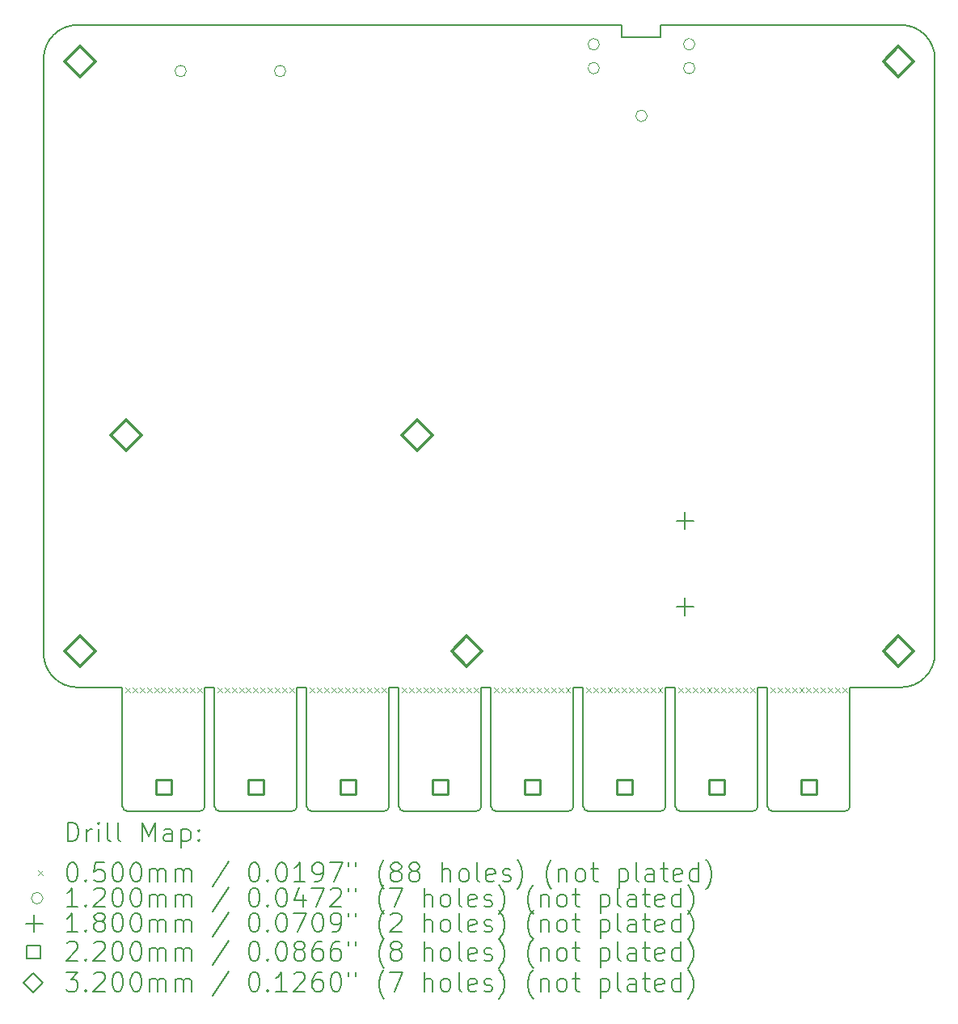
<source format=gbr>
%TF.GenerationSoftware,KiCad,Pcbnew,7.0.9-39-g1740aeca5e*%
%TF.CreationDate,2023-11-27T00:53:54+01:00*%
%TF.ProjectId,Synkino,53796e6b-696e-46f2-9e6b-696361645f70,rev?*%
%TF.SameCoordinates,Original*%
%TF.FileFunction,Drillmap*%
%TF.FilePolarity,Positive*%
%FSLAX45Y45*%
G04 Gerber Fmt 4.5, Leading zero omitted, Abs format (unit mm)*
G04 Created by KiCad (PCBNEW 7.0.9-39-g1740aeca5e) date 2023-11-27 00:53:54*
%MOMM*%
%LPD*%
G01*
G04 APERTURE LIST*
%ADD10C,0.150000*%
%ADD11C,0.200000*%
%ADD12C,0.100000*%
%ADD13C,0.120000*%
%ADD14C,0.180000*%
%ADD15C,0.220000*%
%ADD16C,0.320000*%
G04 APERTURE END LIST*
D10*
X16002000Y-4165600D02*
G75*
G03*
X15646400Y-3810000I-355600J0D01*
G01*
X7023100Y-3810000D02*
G75*
G03*
X6667500Y-4165600I0J-355600D01*
G01*
X6667500Y-10388600D02*
G75*
G03*
X7023100Y-10744200I355600J0D01*
G01*
X8458200Y-11988800D02*
G75*
G03*
X8509000Y-12039600I50800J0D01*
G01*
X9423400Y-11988800D02*
G75*
G03*
X9474200Y-12039600I50800J0D01*
G01*
X10388600Y-11988800D02*
G75*
G03*
X10439400Y-12039600I50800J0D01*
G01*
X11353800Y-11988800D02*
G75*
G03*
X11404600Y-12039600I50800J0D01*
G01*
X12319000Y-11988800D02*
G75*
G03*
X12369800Y-12039600I50800J0D01*
G01*
X13284200Y-11988800D02*
G75*
G03*
X13335000Y-12039600I50800J0D01*
G01*
X14249400Y-11988800D02*
G75*
G03*
X14300200Y-12039600I50800J0D01*
G01*
X15062200Y-12039600D02*
G75*
G03*
X15113000Y-11988800I0J50800D01*
G01*
X14097000Y-12039600D02*
G75*
G03*
X14147800Y-11988800I0J50800D01*
G01*
X13131800Y-12039600D02*
G75*
G03*
X13182600Y-11988800I0J50800D01*
G01*
X12166600Y-12039600D02*
G75*
G03*
X12217400Y-11988800I0J50800D01*
G01*
X11201400Y-12039600D02*
G75*
G03*
X11252200Y-11988800I0J50800D01*
G01*
X10236200Y-12039600D02*
G75*
G03*
X10287000Y-11988800I0J50800D01*
G01*
X9271000Y-12039600D02*
G75*
G03*
X9321800Y-11988800I0J50800D01*
G01*
X8305800Y-12039600D02*
G75*
G03*
X8356600Y-11988800I0J50800D01*
G01*
X12725400Y-3810000D02*
X7518400Y-3810000D01*
X9423400Y-10744200D02*
X9423400Y-11988800D01*
X14300200Y-12039600D02*
X15062200Y-12039600D01*
X11404600Y-12039600D02*
X12166600Y-12039600D01*
X9321800Y-10744200D02*
X9423400Y-10744200D01*
X14147800Y-11988800D02*
X14147800Y-10744200D01*
X14147800Y-10744200D02*
X14249400Y-10744200D01*
X8458200Y-10744200D02*
X8458200Y-11988800D01*
X10388600Y-10744200D02*
X10388600Y-11988800D01*
X15113000Y-11988800D02*
X15113000Y-10744200D01*
X7277100Y-10744200D02*
X7493000Y-10744200D01*
X10287000Y-10744200D02*
X10388600Y-10744200D01*
X13131800Y-3810000D02*
X15646400Y-3810000D01*
X12217400Y-10744200D02*
X12319000Y-10744200D01*
X13284200Y-10744200D02*
X13284200Y-11988800D01*
X11353800Y-10744200D02*
X11353800Y-11988800D01*
X7543800Y-12039600D02*
X8305800Y-12039600D01*
X8509000Y-12039600D02*
X9271000Y-12039600D01*
X13131800Y-3937000D02*
X13131800Y-3810000D01*
X9474200Y-12039600D02*
X10236200Y-12039600D01*
X13182600Y-11988800D02*
X13182600Y-10744200D01*
X7493000Y-10744200D02*
X7493000Y-11988800D01*
X9321800Y-11988800D02*
X9321800Y-10744200D01*
X12725400Y-3810000D02*
X12725400Y-3937000D01*
X15392400Y-10744200D02*
X15646400Y-10744200D01*
X6667500Y-4165600D02*
X6667500Y-10388600D01*
X8356600Y-11988800D02*
X8356600Y-10744200D01*
X16002000Y-4165600D02*
X16002000Y-10388600D01*
X7023100Y-10744200D02*
X7277100Y-10744200D01*
X7023100Y-3810000D02*
X7518400Y-3810000D01*
X15113000Y-10744200D02*
X15392400Y-10744200D01*
X12217400Y-11988800D02*
X12217400Y-10744200D01*
X13335000Y-12039600D02*
X14097000Y-12039600D01*
X15646400Y-10744200D02*
G75*
G03*
X16002000Y-10388600I0J355600D01*
G01*
X14249400Y-10744200D02*
X14249400Y-11988800D01*
X7493000Y-11988800D02*
G75*
G03*
X7543800Y-12039600I50800J0D01*
G01*
X13182600Y-10744200D02*
X13284200Y-10744200D01*
X10439400Y-12039600D02*
X11201400Y-12039600D01*
X12725400Y-3937000D02*
X13131800Y-3937000D01*
X11252200Y-11988800D02*
X11252200Y-10744200D01*
X10287000Y-11988800D02*
X10287000Y-10744200D01*
X11252200Y-10744200D02*
X11353800Y-10744200D01*
X12319000Y-10744200D02*
X12319000Y-11988800D01*
X12369800Y-12039600D02*
X13131800Y-12039600D01*
X8356600Y-10744200D02*
X8458200Y-10744200D01*
D11*
D12*
X7524800Y-10744600D02*
X7574800Y-10794600D01*
X7574800Y-10744600D02*
X7524800Y-10794600D01*
X7599800Y-10744600D02*
X7649800Y-10794600D01*
X7649800Y-10744600D02*
X7599800Y-10794600D01*
X7674800Y-10744600D02*
X7724800Y-10794600D01*
X7724800Y-10744600D02*
X7674800Y-10794600D01*
X7749800Y-10744600D02*
X7799800Y-10794600D01*
X7799800Y-10744600D02*
X7749800Y-10794600D01*
X7824800Y-10744600D02*
X7874800Y-10794600D01*
X7874800Y-10744600D02*
X7824800Y-10794600D01*
X7899800Y-10744600D02*
X7949800Y-10794600D01*
X7949800Y-10744600D02*
X7899800Y-10794600D01*
X7974800Y-10744600D02*
X8024800Y-10794600D01*
X8024800Y-10744600D02*
X7974800Y-10794600D01*
X8049800Y-10744600D02*
X8099800Y-10794600D01*
X8099800Y-10744600D02*
X8049800Y-10794600D01*
X8124800Y-10744600D02*
X8174800Y-10794600D01*
X8174800Y-10744600D02*
X8124800Y-10794600D01*
X8199800Y-10744600D02*
X8249800Y-10794600D01*
X8249800Y-10744600D02*
X8199800Y-10794600D01*
X8274800Y-10744600D02*
X8324800Y-10794600D01*
X8324800Y-10744600D02*
X8274800Y-10794600D01*
X8488800Y-10744600D02*
X8538800Y-10794600D01*
X8538800Y-10744600D02*
X8488800Y-10794600D01*
X8563800Y-10744600D02*
X8613800Y-10794600D01*
X8613800Y-10744600D02*
X8563800Y-10794600D01*
X8638800Y-10744600D02*
X8688800Y-10794600D01*
X8688800Y-10744600D02*
X8638800Y-10794600D01*
X8713800Y-10744600D02*
X8763800Y-10794600D01*
X8763800Y-10744600D02*
X8713800Y-10794600D01*
X8788800Y-10744600D02*
X8838800Y-10794600D01*
X8838800Y-10744600D02*
X8788800Y-10794600D01*
X8863800Y-10744600D02*
X8913800Y-10794600D01*
X8913800Y-10744600D02*
X8863800Y-10794600D01*
X8938800Y-10744600D02*
X8988800Y-10794600D01*
X8988800Y-10744600D02*
X8938800Y-10794600D01*
X9013800Y-10744600D02*
X9063800Y-10794600D01*
X9063800Y-10744600D02*
X9013800Y-10794600D01*
X9088800Y-10744600D02*
X9138800Y-10794600D01*
X9138800Y-10744600D02*
X9088800Y-10794600D01*
X9163800Y-10744600D02*
X9213800Y-10794600D01*
X9213800Y-10744600D02*
X9163800Y-10794600D01*
X9238800Y-10744600D02*
X9288800Y-10794600D01*
X9288800Y-10744600D02*
X9238800Y-10794600D01*
X9454000Y-10744600D02*
X9504000Y-10794600D01*
X9504000Y-10744600D02*
X9454000Y-10794600D01*
X9529000Y-10744600D02*
X9579000Y-10794600D01*
X9579000Y-10744600D02*
X9529000Y-10794600D01*
X9604000Y-10744600D02*
X9654000Y-10794600D01*
X9654000Y-10744600D02*
X9604000Y-10794600D01*
X9679000Y-10744600D02*
X9729000Y-10794600D01*
X9729000Y-10744600D02*
X9679000Y-10794600D01*
X9754000Y-10744600D02*
X9804000Y-10794600D01*
X9804000Y-10744600D02*
X9754000Y-10794600D01*
X9829000Y-10744600D02*
X9879000Y-10794600D01*
X9879000Y-10744600D02*
X9829000Y-10794600D01*
X9904000Y-10744600D02*
X9954000Y-10794600D01*
X9954000Y-10744600D02*
X9904000Y-10794600D01*
X9979000Y-10744600D02*
X10029000Y-10794600D01*
X10029000Y-10744600D02*
X9979000Y-10794600D01*
X10054000Y-10744600D02*
X10104000Y-10794600D01*
X10104000Y-10744600D02*
X10054000Y-10794600D01*
X10129000Y-10744600D02*
X10179000Y-10794600D01*
X10179000Y-10744600D02*
X10129000Y-10794600D01*
X10204000Y-10744600D02*
X10254000Y-10794600D01*
X10254000Y-10744600D02*
X10204000Y-10794600D01*
X10419200Y-10744600D02*
X10469200Y-10794600D01*
X10469200Y-10744600D02*
X10419200Y-10794600D01*
X10494200Y-10744600D02*
X10544200Y-10794600D01*
X10544200Y-10744600D02*
X10494200Y-10794600D01*
X10569200Y-10744600D02*
X10619200Y-10794600D01*
X10619200Y-10744600D02*
X10569200Y-10794600D01*
X10644200Y-10744600D02*
X10694200Y-10794600D01*
X10694200Y-10744600D02*
X10644200Y-10794600D01*
X10719200Y-10744600D02*
X10769200Y-10794600D01*
X10769200Y-10744600D02*
X10719200Y-10794600D01*
X10794200Y-10744600D02*
X10844200Y-10794600D01*
X10844200Y-10744600D02*
X10794200Y-10794600D01*
X10869200Y-10744600D02*
X10919200Y-10794600D01*
X10919200Y-10744600D02*
X10869200Y-10794600D01*
X10944200Y-10744600D02*
X10994200Y-10794600D01*
X10994200Y-10744600D02*
X10944200Y-10794600D01*
X11019200Y-10744600D02*
X11069200Y-10794600D01*
X11069200Y-10744600D02*
X11019200Y-10794600D01*
X11094200Y-10744600D02*
X11144200Y-10794600D01*
X11144200Y-10744600D02*
X11094200Y-10794600D01*
X11169200Y-10744600D02*
X11219200Y-10794600D01*
X11219200Y-10744600D02*
X11169200Y-10794600D01*
X11384120Y-10744600D02*
X11434120Y-10794600D01*
X11434120Y-10744600D02*
X11384120Y-10794600D01*
X11459120Y-10744600D02*
X11509120Y-10794600D01*
X11509120Y-10744600D02*
X11459120Y-10794600D01*
X11534120Y-10744600D02*
X11584120Y-10794600D01*
X11584120Y-10744600D02*
X11534120Y-10794600D01*
X11609120Y-10744600D02*
X11659120Y-10794600D01*
X11659120Y-10744600D02*
X11609120Y-10794600D01*
X11684120Y-10744600D02*
X11734120Y-10794600D01*
X11734120Y-10744600D02*
X11684120Y-10794600D01*
X11759120Y-10744600D02*
X11809120Y-10794600D01*
X11809120Y-10744600D02*
X11759120Y-10794600D01*
X11834120Y-10744600D02*
X11884120Y-10794600D01*
X11884120Y-10744600D02*
X11834120Y-10794600D01*
X11909120Y-10744600D02*
X11959120Y-10794600D01*
X11959120Y-10744600D02*
X11909120Y-10794600D01*
X11984120Y-10744600D02*
X12034120Y-10794600D01*
X12034120Y-10744600D02*
X11984120Y-10794600D01*
X12059120Y-10744600D02*
X12109120Y-10794600D01*
X12109120Y-10744600D02*
X12059120Y-10794600D01*
X12134120Y-10744600D02*
X12184120Y-10794600D01*
X12184120Y-10744600D02*
X12134120Y-10794600D01*
X12349320Y-10744600D02*
X12399320Y-10794600D01*
X12399320Y-10744600D02*
X12349320Y-10794600D01*
X12424320Y-10744600D02*
X12474320Y-10794600D01*
X12474320Y-10744600D02*
X12424320Y-10794600D01*
X12499320Y-10744600D02*
X12549320Y-10794600D01*
X12549320Y-10744600D02*
X12499320Y-10794600D01*
X12574320Y-10744600D02*
X12624320Y-10794600D01*
X12624320Y-10744600D02*
X12574320Y-10794600D01*
X12649320Y-10744600D02*
X12699320Y-10794600D01*
X12699320Y-10744600D02*
X12649320Y-10794600D01*
X12724320Y-10744600D02*
X12774320Y-10794600D01*
X12774320Y-10744600D02*
X12724320Y-10794600D01*
X12799320Y-10744600D02*
X12849320Y-10794600D01*
X12849320Y-10744600D02*
X12799320Y-10794600D01*
X12874320Y-10744600D02*
X12924320Y-10794600D01*
X12924320Y-10744600D02*
X12874320Y-10794600D01*
X12949320Y-10744600D02*
X12999320Y-10794600D01*
X12999320Y-10744600D02*
X12949320Y-10794600D01*
X13024320Y-10744600D02*
X13074320Y-10794600D01*
X13074320Y-10744600D02*
X13024320Y-10794600D01*
X13099320Y-10744600D02*
X13149320Y-10794600D01*
X13149320Y-10744600D02*
X13099320Y-10794600D01*
X13315720Y-10744600D02*
X13365720Y-10794600D01*
X13365720Y-10744600D02*
X13315720Y-10794600D01*
X13390720Y-10744600D02*
X13440720Y-10794600D01*
X13440720Y-10744600D02*
X13390720Y-10794600D01*
X13465720Y-10744600D02*
X13515720Y-10794600D01*
X13515720Y-10744600D02*
X13465720Y-10794600D01*
X13540720Y-10744600D02*
X13590720Y-10794600D01*
X13590720Y-10744600D02*
X13540720Y-10794600D01*
X13615720Y-10744600D02*
X13665720Y-10794600D01*
X13665720Y-10744600D02*
X13615720Y-10794600D01*
X13690720Y-10744600D02*
X13740720Y-10794600D01*
X13740720Y-10744600D02*
X13690720Y-10794600D01*
X13765720Y-10744600D02*
X13815720Y-10794600D01*
X13815720Y-10744600D02*
X13765720Y-10794600D01*
X13840720Y-10744600D02*
X13890720Y-10794600D01*
X13890720Y-10744600D02*
X13840720Y-10794600D01*
X13915720Y-10744600D02*
X13965720Y-10794600D01*
X13965720Y-10744600D02*
X13915720Y-10794600D01*
X13990720Y-10744600D02*
X14040720Y-10794600D01*
X14040720Y-10744600D02*
X13990720Y-10794600D01*
X14065720Y-10744600D02*
X14115720Y-10794600D01*
X14115720Y-10744600D02*
X14065720Y-10794600D01*
X14280920Y-10744600D02*
X14330920Y-10794600D01*
X14330920Y-10744600D02*
X14280920Y-10794600D01*
X14355920Y-10744600D02*
X14405920Y-10794600D01*
X14405920Y-10744600D02*
X14355920Y-10794600D01*
X14430920Y-10744600D02*
X14480920Y-10794600D01*
X14480920Y-10744600D02*
X14430920Y-10794600D01*
X14505920Y-10744600D02*
X14555920Y-10794600D01*
X14555920Y-10744600D02*
X14505920Y-10794600D01*
X14580920Y-10744600D02*
X14630920Y-10794600D01*
X14630920Y-10744600D02*
X14580920Y-10794600D01*
X14655920Y-10744600D02*
X14705920Y-10794600D01*
X14705920Y-10744600D02*
X14655920Y-10794600D01*
X14730920Y-10744600D02*
X14780920Y-10794600D01*
X14780920Y-10744600D02*
X14730920Y-10794600D01*
X14805920Y-10744600D02*
X14855920Y-10794600D01*
X14855920Y-10744600D02*
X14805920Y-10794600D01*
X14880920Y-10744600D02*
X14930920Y-10794600D01*
X14930920Y-10744600D02*
X14880920Y-10794600D01*
X14955920Y-10744600D02*
X15005920Y-10794600D01*
X15005920Y-10744600D02*
X14955920Y-10794600D01*
X15030920Y-10744600D02*
X15080920Y-10794600D01*
X15080920Y-10744600D02*
X15030920Y-10794600D01*
D13*
X8162600Y-4292600D02*
G75*
G03*
X8162600Y-4292600I-60000J0D01*
G01*
X9204000Y-4292600D02*
G75*
G03*
X9204000Y-4292600I-60000J0D01*
G01*
X12488600Y-4012500D02*
G75*
G03*
X12488600Y-4012500I-60000J0D01*
G01*
X12488600Y-4262500D02*
G75*
G03*
X12488600Y-4262500I-60000J0D01*
G01*
X12988600Y-4762500D02*
G75*
G03*
X12988600Y-4762500I-60000J0D01*
G01*
X13488600Y-4012500D02*
G75*
G03*
X13488600Y-4012500I-60000J0D01*
G01*
X13488600Y-4262500D02*
G75*
G03*
X13488600Y-4262500I-60000J0D01*
G01*
D14*
X13385800Y-8908800D02*
X13385800Y-9088800D01*
X13295800Y-8998800D02*
X13475800Y-8998800D01*
X13385800Y-9808800D02*
X13385800Y-9988800D01*
X13295800Y-9898800D02*
X13475800Y-9898800D01*
D15*
X8002582Y-11863382D02*
X8002582Y-11707817D01*
X7847017Y-11707817D01*
X7847017Y-11863382D01*
X8002582Y-11863382D01*
X8967783Y-11863382D02*
X8967783Y-11707817D01*
X8812218Y-11707817D01*
X8812218Y-11863382D01*
X8967783Y-11863382D01*
X9932983Y-11863382D02*
X9932983Y-11707817D01*
X9777418Y-11707817D01*
X9777418Y-11863382D01*
X9932983Y-11863382D01*
X10898183Y-11863382D02*
X10898183Y-11707817D01*
X10742618Y-11707817D01*
X10742618Y-11863382D01*
X10898183Y-11863382D01*
X11863382Y-11863382D02*
X11863382Y-11707817D01*
X11707817Y-11707817D01*
X11707817Y-11863382D01*
X11863382Y-11863382D01*
X12828582Y-11863382D02*
X12828582Y-11707817D01*
X12673017Y-11707817D01*
X12673017Y-11863382D01*
X12828582Y-11863382D01*
X13793782Y-11863382D02*
X13793782Y-11707817D01*
X13638217Y-11707817D01*
X13638217Y-11863382D01*
X13793782Y-11863382D01*
X14758982Y-11863382D02*
X14758982Y-11707817D01*
X14603417Y-11707817D01*
X14603417Y-11863382D01*
X14758982Y-11863382D01*
D16*
X7048500Y-4351000D02*
X7208500Y-4191000D01*
X7048500Y-4031000D01*
X6888500Y-4191000D01*
X7048500Y-4351000D01*
X7048500Y-10523200D02*
X7208500Y-10363200D01*
X7048500Y-10203200D01*
X6888500Y-10363200D01*
X7048500Y-10523200D01*
X7531100Y-8267350D02*
X7691100Y-8107350D01*
X7531100Y-7947350D01*
X7371100Y-8107350D01*
X7531100Y-8267350D01*
X10579100Y-8261000D02*
X10739100Y-8101000D01*
X10579100Y-7941000D01*
X10419100Y-8101000D01*
X10579100Y-8261000D01*
X11099800Y-10523200D02*
X11259800Y-10363200D01*
X11099800Y-10203200D01*
X10939800Y-10363200D01*
X11099800Y-10523200D01*
X15621000Y-4351000D02*
X15781000Y-4191000D01*
X15621000Y-4031000D01*
X15461000Y-4191000D01*
X15621000Y-4351000D01*
X15621000Y-10523200D02*
X15781000Y-10363200D01*
X15621000Y-10203200D01*
X15461000Y-10363200D01*
X15621000Y-10523200D01*
D11*
X6920777Y-12358584D02*
X6920777Y-12158584D01*
X6920777Y-12158584D02*
X6968396Y-12158584D01*
X6968396Y-12158584D02*
X6996967Y-12168108D01*
X6996967Y-12168108D02*
X7016015Y-12187155D01*
X7016015Y-12187155D02*
X7025539Y-12206203D01*
X7025539Y-12206203D02*
X7035062Y-12244298D01*
X7035062Y-12244298D02*
X7035062Y-12272869D01*
X7035062Y-12272869D02*
X7025539Y-12310965D01*
X7025539Y-12310965D02*
X7016015Y-12330012D01*
X7016015Y-12330012D02*
X6996967Y-12349060D01*
X6996967Y-12349060D02*
X6968396Y-12358584D01*
X6968396Y-12358584D02*
X6920777Y-12358584D01*
X7120777Y-12358584D02*
X7120777Y-12225250D01*
X7120777Y-12263346D02*
X7130301Y-12244298D01*
X7130301Y-12244298D02*
X7139824Y-12234774D01*
X7139824Y-12234774D02*
X7158872Y-12225250D01*
X7158872Y-12225250D02*
X7177920Y-12225250D01*
X7244586Y-12358584D02*
X7244586Y-12225250D01*
X7244586Y-12158584D02*
X7235062Y-12168108D01*
X7235062Y-12168108D02*
X7244586Y-12177631D01*
X7244586Y-12177631D02*
X7254110Y-12168108D01*
X7254110Y-12168108D02*
X7244586Y-12158584D01*
X7244586Y-12158584D02*
X7244586Y-12177631D01*
X7368396Y-12358584D02*
X7349348Y-12349060D01*
X7349348Y-12349060D02*
X7339824Y-12330012D01*
X7339824Y-12330012D02*
X7339824Y-12158584D01*
X7473158Y-12358584D02*
X7454110Y-12349060D01*
X7454110Y-12349060D02*
X7444586Y-12330012D01*
X7444586Y-12330012D02*
X7444586Y-12158584D01*
X7701729Y-12358584D02*
X7701729Y-12158584D01*
X7701729Y-12158584D02*
X7768396Y-12301441D01*
X7768396Y-12301441D02*
X7835062Y-12158584D01*
X7835062Y-12158584D02*
X7835062Y-12358584D01*
X8016015Y-12358584D02*
X8016015Y-12253822D01*
X8016015Y-12253822D02*
X8006491Y-12234774D01*
X8006491Y-12234774D02*
X7987443Y-12225250D01*
X7987443Y-12225250D02*
X7949348Y-12225250D01*
X7949348Y-12225250D02*
X7930301Y-12234774D01*
X8016015Y-12349060D02*
X7996967Y-12358584D01*
X7996967Y-12358584D02*
X7949348Y-12358584D01*
X7949348Y-12358584D02*
X7930301Y-12349060D01*
X7930301Y-12349060D02*
X7920777Y-12330012D01*
X7920777Y-12330012D02*
X7920777Y-12310965D01*
X7920777Y-12310965D02*
X7930301Y-12291917D01*
X7930301Y-12291917D02*
X7949348Y-12282393D01*
X7949348Y-12282393D02*
X7996967Y-12282393D01*
X7996967Y-12282393D02*
X8016015Y-12272869D01*
X8111253Y-12225250D02*
X8111253Y-12425250D01*
X8111253Y-12234774D02*
X8130301Y-12225250D01*
X8130301Y-12225250D02*
X8168396Y-12225250D01*
X8168396Y-12225250D02*
X8187443Y-12234774D01*
X8187443Y-12234774D02*
X8196967Y-12244298D01*
X8196967Y-12244298D02*
X8206491Y-12263346D01*
X8206491Y-12263346D02*
X8206491Y-12320488D01*
X8206491Y-12320488D02*
X8196967Y-12339536D01*
X8196967Y-12339536D02*
X8187443Y-12349060D01*
X8187443Y-12349060D02*
X8168396Y-12358584D01*
X8168396Y-12358584D02*
X8130301Y-12358584D01*
X8130301Y-12358584D02*
X8111253Y-12349060D01*
X8292205Y-12339536D02*
X8301729Y-12349060D01*
X8301729Y-12349060D02*
X8292205Y-12358584D01*
X8292205Y-12358584D02*
X8282682Y-12349060D01*
X8282682Y-12349060D02*
X8292205Y-12339536D01*
X8292205Y-12339536D02*
X8292205Y-12358584D01*
X8292205Y-12234774D02*
X8301729Y-12244298D01*
X8301729Y-12244298D02*
X8292205Y-12253822D01*
X8292205Y-12253822D02*
X8282682Y-12244298D01*
X8282682Y-12244298D02*
X8292205Y-12234774D01*
X8292205Y-12234774D02*
X8292205Y-12253822D01*
D12*
X6610000Y-12662100D02*
X6660000Y-12712100D01*
X6660000Y-12662100D02*
X6610000Y-12712100D01*
D11*
X6958872Y-12578584D02*
X6977920Y-12578584D01*
X6977920Y-12578584D02*
X6996967Y-12588108D01*
X6996967Y-12588108D02*
X7006491Y-12597631D01*
X7006491Y-12597631D02*
X7016015Y-12616679D01*
X7016015Y-12616679D02*
X7025539Y-12654774D01*
X7025539Y-12654774D02*
X7025539Y-12702393D01*
X7025539Y-12702393D02*
X7016015Y-12740488D01*
X7016015Y-12740488D02*
X7006491Y-12759536D01*
X7006491Y-12759536D02*
X6996967Y-12769060D01*
X6996967Y-12769060D02*
X6977920Y-12778584D01*
X6977920Y-12778584D02*
X6958872Y-12778584D01*
X6958872Y-12778584D02*
X6939824Y-12769060D01*
X6939824Y-12769060D02*
X6930301Y-12759536D01*
X6930301Y-12759536D02*
X6920777Y-12740488D01*
X6920777Y-12740488D02*
X6911253Y-12702393D01*
X6911253Y-12702393D02*
X6911253Y-12654774D01*
X6911253Y-12654774D02*
X6920777Y-12616679D01*
X6920777Y-12616679D02*
X6930301Y-12597631D01*
X6930301Y-12597631D02*
X6939824Y-12588108D01*
X6939824Y-12588108D02*
X6958872Y-12578584D01*
X7111253Y-12759536D02*
X7120777Y-12769060D01*
X7120777Y-12769060D02*
X7111253Y-12778584D01*
X7111253Y-12778584D02*
X7101729Y-12769060D01*
X7101729Y-12769060D02*
X7111253Y-12759536D01*
X7111253Y-12759536D02*
X7111253Y-12778584D01*
X7301729Y-12578584D02*
X7206491Y-12578584D01*
X7206491Y-12578584D02*
X7196967Y-12673822D01*
X7196967Y-12673822D02*
X7206491Y-12664298D01*
X7206491Y-12664298D02*
X7225539Y-12654774D01*
X7225539Y-12654774D02*
X7273158Y-12654774D01*
X7273158Y-12654774D02*
X7292205Y-12664298D01*
X7292205Y-12664298D02*
X7301729Y-12673822D01*
X7301729Y-12673822D02*
X7311253Y-12692869D01*
X7311253Y-12692869D02*
X7311253Y-12740488D01*
X7311253Y-12740488D02*
X7301729Y-12759536D01*
X7301729Y-12759536D02*
X7292205Y-12769060D01*
X7292205Y-12769060D02*
X7273158Y-12778584D01*
X7273158Y-12778584D02*
X7225539Y-12778584D01*
X7225539Y-12778584D02*
X7206491Y-12769060D01*
X7206491Y-12769060D02*
X7196967Y-12759536D01*
X7435062Y-12578584D02*
X7454110Y-12578584D01*
X7454110Y-12578584D02*
X7473158Y-12588108D01*
X7473158Y-12588108D02*
X7482682Y-12597631D01*
X7482682Y-12597631D02*
X7492205Y-12616679D01*
X7492205Y-12616679D02*
X7501729Y-12654774D01*
X7501729Y-12654774D02*
X7501729Y-12702393D01*
X7501729Y-12702393D02*
X7492205Y-12740488D01*
X7492205Y-12740488D02*
X7482682Y-12759536D01*
X7482682Y-12759536D02*
X7473158Y-12769060D01*
X7473158Y-12769060D02*
X7454110Y-12778584D01*
X7454110Y-12778584D02*
X7435062Y-12778584D01*
X7435062Y-12778584D02*
X7416015Y-12769060D01*
X7416015Y-12769060D02*
X7406491Y-12759536D01*
X7406491Y-12759536D02*
X7396967Y-12740488D01*
X7396967Y-12740488D02*
X7387443Y-12702393D01*
X7387443Y-12702393D02*
X7387443Y-12654774D01*
X7387443Y-12654774D02*
X7396967Y-12616679D01*
X7396967Y-12616679D02*
X7406491Y-12597631D01*
X7406491Y-12597631D02*
X7416015Y-12588108D01*
X7416015Y-12588108D02*
X7435062Y-12578584D01*
X7625539Y-12578584D02*
X7644586Y-12578584D01*
X7644586Y-12578584D02*
X7663634Y-12588108D01*
X7663634Y-12588108D02*
X7673158Y-12597631D01*
X7673158Y-12597631D02*
X7682682Y-12616679D01*
X7682682Y-12616679D02*
X7692205Y-12654774D01*
X7692205Y-12654774D02*
X7692205Y-12702393D01*
X7692205Y-12702393D02*
X7682682Y-12740488D01*
X7682682Y-12740488D02*
X7673158Y-12759536D01*
X7673158Y-12759536D02*
X7663634Y-12769060D01*
X7663634Y-12769060D02*
X7644586Y-12778584D01*
X7644586Y-12778584D02*
X7625539Y-12778584D01*
X7625539Y-12778584D02*
X7606491Y-12769060D01*
X7606491Y-12769060D02*
X7596967Y-12759536D01*
X7596967Y-12759536D02*
X7587443Y-12740488D01*
X7587443Y-12740488D02*
X7577920Y-12702393D01*
X7577920Y-12702393D02*
X7577920Y-12654774D01*
X7577920Y-12654774D02*
X7587443Y-12616679D01*
X7587443Y-12616679D02*
X7596967Y-12597631D01*
X7596967Y-12597631D02*
X7606491Y-12588108D01*
X7606491Y-12588108D02*
X7625539Y-12578584D01*
X7777920Y-12778584D02*
X7777920Y-12645250D01*
X7777920Y-12664298D02*
X7787443Y-12654774D01*
X7787443Y-12654774D02*
X7806491Y-12645250D01*
X7806491Y-12645250D02*
X7835063Y-12645250D01*
X7835063Y-12645250D02*
X7854110Y-12654774D01*
X7854110Y-12654774D02*
X7863634Y-12673822D01*
X7863634Y-12673822D02*
X7863634Y-12778584D01*
X7863634Y-12673822D02*
X7873158Y-12654774D01*
X7873158Y-12654774D02*
X7892205Y-12645250D01*
X7892205Y-12645250D02*
X7920777Y-12645250D01*
X7920777Y-12645250D02*
X7939824Y-12654774D01*
X7939824Y-12654774D02*
X7949348Y-12673822D01*
X7949348Y-12673822D02*
X7949348Y-12778584D01*
X8044586Y-12778584D02*
X8044586Y-12645250D01*
X8044586Y-12664298D02*
X8054110Y-12654774D01*
X8054110Y-12654774D02*
X8073158Y-12645250D01*
X8073158Y-12645250D02*
X8101729Y-12645250D01*
X8101729Y-12645250D02*
X8120777Y-12654774D01*
X8120777Y-12654774D02*
X8130301Y-12673822D01*
X8130301Y-12673822D02*
X8130301Y-12778584D01*
X8130301Y-12673822D02*
X8139824Y-12654774D01*
X8139824Y-12654774D02*
X8158872Y-12645250D01*
X8158872Y-12645250D02*
X8187443Y-12645250D01*
X8187443Y-12645250D02*
X8206491Y-12654774D01*
X8206491Y-12654774D02*
X8216015Y-12673822D01*
X8216015Y-12673822D02*
X8216015Y-12778584D01*
X8606491Y-12569060D02*
X8435063Y-12826203D01*
X8863634Y-12578584D02*
X8882682Y-12578584D01*
X8882682Y-12578584D02*
X8901729Y-12588108D01*
X8901729Y-12588108D02*
X8911253Y-12597631D01*
X8911253Y-12597631D02*
X8920777Y-12616679D01*
X8920777Y-12616679D02*
X8930301Y-12654774D01*
X8930301Y-12654774D02*
X8930301Y-12702393D01*
X8930301Y-12702393D02*
X8920777Y-12740488D01*
X8920777Y-12740488D02*
X8911253Y-12759536D01*
X8911253Y-12759536D02*
X8901729Y-12769060D01*
X8901729Y-12769060D02*
X8882682Y-12778584D01*
X8882682Y-12778584D02*
X8863634Y-12778584D01*
X8863634Y-12778584D02*
X8844587Y-12769060D01*
X8844587Y-12769060D02*
X8835063Y-12759536D01*
X8835063Y-12759536D02*
X8825539Y-12740488D01*
X8825539Y-12740488D02*
X8816015Y-12702393D01*
X8816015Y-12702393D02*
X8816015Y-12654774D01*
X8816015Y-12654774D02*
X8825539Y-12616679D01*
X8825539Y-12616679D02*
X8835063Y-12597631D01*
X8835063Y-12597631D02*
X8844587Y-12588108D01*
X8844587Y-12588108D02*
X8863634Y-12578584D01*
X9016015Y-12759536D02*
X9025539Y-12769060D01*
X9025539Y-12769060D02*
X9016015Y-12778584D01*
X9016015Y-12778584D02*
X9006491Y-12769060D01*
X9006491Y-12769060D02*
X9016015Y-12759536D01*
X9016015Y-12759536D02*
X9016015Y-12778584D01*
X9149348Y-12578584D02*
X9168396Y-12578584D01*
X9168396Y-12578584D02*
X9187444Y-12588108D01*
X9187444Y-12588108D02*
X9196968Y-12597631D01*
X9196968Y-12597631D02*
X9206491Y-12616679D01*
X9206491Y-12616679D02*
X9216015Y-12654774D01*
X9216015Y-12654774D02*
X9216015Y-12702393D01*
X9216015Y-12702393D02*
X9206491Y-12740488D01*
X9206491Y-12740488D02*
X9196968Y-12759536D01*
X9196968Y-12759536D02*
X9187444Y-12769060D01*
X9187444Y-12769060D02*
X9168396Y-12778584D01*
X9168396Y-12778584D02*
X9149348Y-12778584D01*
X9149348Y-12778584D02*
X9130301Y-12769060D01*
X9130301Y-12769060D02*
X9120777Y-12759536D01*
X9120777Y-12759536D02*
X9111253Y-12740488D01*
X9111253Y-12740488D02*
X9101729Y-12702393D01*
X9101729Y-12702393D02*
X9101729Y-12654774D01*
X9101729Y-12654774D02*
X9111253Y-12616679D01*
X9111253Y-12616679D02*
X9120777Y-12597631D01*
X9120777Y-12597631D02*
X9130301Y-12588108D01*
X9130301Y-12588108D02*
X9149348Y-12578584D01*
X9406491Y-12778584D02*
X9292206Y-12778584D01*
X9349348Y-12778584D02*
X9349348Y-12578584D01*
X9349348Y-12578584D02*
X9330301Y-12607155D01*
X9330301Y-12607155D02*
X9311253Y-12626203D01*
X9311253Y-12626203D02*
X9292206Y-12635727D01*
X9501729Y-12778584D02*
X9539825Y-12778584D01*
X9539825Y-12778584D02*
X9558872Y-12769060D01*
X9558872Y-12769060D02*
X9568396Y-12759536D01*
X9568396Y-12759536D02*
X9587444Y-12730965D01*
X9587444Y-12730965D02*
X9596968Y-12692869D01*
X9596968Y-12692869D02*
X9596968Y-12616679D01*
X9596968Y-12616679D02*
X9587444Y-12597631D01*
X9587444Y-12597631D02*
X9577920Y-12588108D01*
X9577920Y-12588108D02*
X9558872Y-12578584D01*
X9558872Y-12578584D02*
X9520777Y-12578584D01*
X9520777Y-12578584D02*
X9501729Y-12588108D01*
X9501729Y-12588108D02*
X9492206Y-12597631D01*
X9492206Y-12597631D02*
X9482682Y-12616679D01*
X9482682Y-12616679D02*
X9482682Y-12664298D01*
X9482682Y-12664298D02*
X9492206Y-12683346D01*
X9492206Y-12683346D02*
X9501729Y-12692869D01*
X9501729Y-12692869D02*
X9520777Y-12702393D01*
X9520777Y-12702393D02*
X9558872Y-12702393D01*
X9558872Y-12702393D02*
X9577920Y-12692869D01*
X9577920Y-12692869D02*
X9587444Y-12683346D01*
X9587444Y-12683346D02*
X9596968Y-12664298D01*
X9663634Y-12578584D02*
X9796968Y-12578584D01*
X9796968Y-12578584D02*
X9711253Y-12778584D01*
X9863634Y-12578584D02*
X9863634Y-12616679D01*
X9939825Y-12578584D02*
X9939825Y-12616679D01*
X10235063Y-12854774D02*
X10225539Y-12845250D01*
X10225539Y-12845250D02*
X10206491Y-12816679D01*
X10206491Y-12816679D02*
X10196968Y-12797631D01*
X10196968Y-12797631D02*
X10187444Y-12769060D01*
X10187444Y-12769060D02*
X10177920Y-12721441D01*
X10177920Y-12721441D02*
X10177920Y-12683346D01*
X10177920Y-12683346D02*
X10187444Y-12635727D01*
X10187444Y-12635727D02*
X10196968Y-12607155D01*
X10196968Y-12607155D02*
X10206491Y-12588108D01*
X10206491Y-12588108D02*
X10225539Y-12559536D01*
X10225539Y-12559536D02*
X10235063Y-12550012D01*
X10339825Y-12664298D02*
X10320777Y-12654774D01*
X10320777Y-12654774D02*
X10311253Y-12645250D01*
X10311253Y-12645250D02*
X10301730Y-12626203D01*
X10301730Y-12626203D02*
X10301730Y-12616679D01*
X10301730Y-12616679D02*
X10311253Y-12597631D01*
X10311253Y-12597631D02*
X10320777Y-12588108D01*
X10320777Y-12588108D02*
X10339825Y-12578584D01*
X10339825Y-12578584D02*
X10377920Y-12578584D01*
X10377920Y-12578584D02*
X10396968Y-12588108D01*
X10396968Y-12588108D02*
X10406491Y-12597631D01*
X10406491Y-12597631D02*
X10416015Y-12616679D01*
X10416015Y-12616679D02*
X10416015Y-12626203D01*
X10416015Y-12626203D02*
X10406491Y-12645250D01*
X10406491Y-12645250D02*
X10396968Y-12654774D01*
X10396968Y-12654774D02*
X10377920Y-12664298D01*
X10377920Y-12664298D02*
X10339825Y-12664298D01*
X10339825Y-12664298D02*
X10320777Y-12673822D01*
X10320777Y-12673822D02*
X10311253Y-12683346D01*
X10311253Y-12683346D02*
X10301730Y-12702393D01*
X10301730Y-12702393D02*
X10301730Y-12740488D01*
X10301730Y-12740488D02*
X10311253Y-12759536D01*
X10311253Y-12759536D02*
X10320777Y-12769060D01*
X10320777Y-12769060D02*
X10339825Y-12778584D01*
X10339825Y-12778584D02*
X10377920Y-12778584D01*
X10377920Y-12778584D02*
X10396968Y-12769060D01*
X10396968Y-12769060D02*
X10406491Y-12759536D01*
X10406491Y-12759536D02*
X10416015Y-12740488D01*
X10416015Y-12740488D02*
X10416015Y-12702393D01*
X10416015Y-12702393D02*
X10406491Y-12683346D01*
X10406491Y-12683346D02*
X10396968Y-12673822D01*
X10396968Y-12673822D02*
X10377920Y-12664298D01*
X10530301Y-12664298D02*
X10511253Y-12654774D01*
X10511253Y-12654774D02*
X10501730Y-12645250D01*
X10501730Y-12645250D02*
X10492206Y-12626203D01*
X10492206Y-12626203D02*
X10492206Y-12616679D01*
X10492206Y-12616679D02*
X10501730Y-12597631D01*
X10501730Y-12597631D02*
X10511253Y-12588108D01*
X10511253Y-12588108D02*
X10530301Y-12578584D01*
X10530301Y-12578584D02*
X10568396Y-12578584D01*
X10568396Y-12578584D02*
X10587444Y-12588108D01*
X10587444Y-12588108D02*
X10596968Y-12597631D01*
X10596968Y-12597631D02*
X10606491Y-12616679D01*
X10606491Y-12616679D02*
X10606491Y-12626203D01*
X10606491Y-12626203D02*
X10596968Y-12645250D01*
X10596968Y-12645250D02*
X10587444Y-12654774D01*
X10587444Y-12654774D02*
X10568396Y-12664298D01*
X10568396Y-12664298D02*
X10530301Y-12664298D01*
X10530301Y-12664298D02*
X10511253Y-12673822D01*
X10511253Y-12673822D02*
X10501730Y-12683346D01*
X10501730Y-12683346D02*
X10492206Y-12702393D01*
X10492206Y-12702393D02*
X10492206Y-12740488D01*
X10492206Y-12740488D02*
X10501730Y-12759536D01*
X10501730Y-12759536D02*
X10511253Y-12769060D01*
X10511253Y-12769060D02*
X10530301Y-12778584D01*
X10530301Y-12778584D02*
X10568396Y-12778584D01*
X10568396Y-12778584D02*
X10587444Y-12769060D01*
X10587444Y-12769060D02*
X10596968Y-12759536D01*
X10596968Y-12759536D02*
X10606491Y-12740488D01*
X10606491Y-12740488D02*
X10606491Y-12702393D01*
X10606491Y-12702393D02*
X10596968Y-12683346D01*
X10596968Y-12683346D02*
X10587444Y-12673822D01*
X10587444Y-12673822D02*
X10568396Y-12664298D01*
X10844587Y-12778584D02*
X10844587Y-12578584D01*
X10930301Y-12778584D02*
X10930301Y-12673822D01*
X10930301Y-12673822D02*
X10920777Y-12654774D01*
X10920777Y-12654774D02*
X10901730Y-12645250D01*
X10901730Y-12645250D02*
X10873158Y-12645250D01*
X10873158Y-12645250D02*
X10854111Y-12654774D01*
X10854111Y-12654774D02*
X10844587Y-12664298D01*
X11054111Y-12778584D02*
X11035063Y-12769060D01*
X11035063Y-12769060D02*
X11025539Y-12759536D01*
X11025539Y-12759536D02*
X11016015Y-12740488D01*
X11016015Y-12740488D02*
X11016015Y-12683346D01*
X11016015Y-12683346D02*
X11025539Y-12664298D01*
X11025539Y-12664298D02*
X11035063Y-12654774D01*
X11035063Y-12654774D02*
X11054111Y-12645250D01*
X11054111Y-12645250D02*
X11082682Y-12645250D01*
X11082682Y-12645250D02*
X11101730Y-12654774D01*
X11101730Y-12654774D02*
X11111253Y-12664298D01*
X11111253Y-12664298D02*
X11120777Y-12683346D01*
X11120777Y-12683346D02*
X11120777Y-12740488D01*
X11120777Y-12740488D02*
X11111253Y-12759536D01*
X11111253Y-12759536D02*
X11101730Y-12769060D01*
X11101730Y-12769060D02*
X11082682Y-12778584D01*
X11082682Y-12778584D02*
X11054111Y-12778584D01*
X11235063Y-12778584D02*
X11216015Y-12769060D01*
X11216015Y-12769060D02*
X11206491Y-12750012D01*
X11206491Y-12750012D02*
X11206491Y-12578584D01*
X11387444Y-12769060D02*
X11368396Y-12778584D01*
X11368396Y-12778584D02*
X11330301Y-12778584D01*
X11330301Y-12778584D02*
X11311253Y-12769060D01*
X11311253Y-12769060D02*
X11301730Y-12750012D01*
X11301730Y-12750012D02*
X11301730Y-12673822D01*
X11301730Y-12673822D02*
X11311253Y-12654774D01*
X11311253Y-12654774D02*
X11330301Y-12645250D01*
X11330301Y-12645250D02*
X11368396Y-12645250D01*
X11368396Y-12645250D02*
X11387444Y-12654774D01*
X11387444Y-12654774D02*
X11396968Y-12673822D01*
X11396968Y-12673822D02*
X11396968Y-12692869D01*
X11396968Y-12692869D02*
X11301730Y-12711917D01*
X11473158Y-12769060D02*
X11492206Y-12778584D01*
X11492206Y-12778584D02*
X11530301Y-12778584D01*
X11530301Y-12778584D02*
X11549349Y-12769060D01*
X11549349Y-12769060D02*
X11558872Y-12750012D01*
X11558872Y-12750012D02*
X11558872Y-12740488D01*
X11558872Y-12740488D02*
X11549349Y-12721441D01*
X11549349Y-12721441D02*
X11530301Y-12711917D01*
X11530301Y-12711917D02*
X11501730Y-12711917D01*
X11501730Y-12711917D02*
X11482682Y-12702393D01*
X11482682Y-12702393D02*
X11473158Y-12683346D01*
X11473158Y-12683346D02*
X11473158Y-12673822D01*
X11473158Y-12673822D02*
X11482682Y-12654774D01*
X11482682Y-12654774D02*
X11501730Y-12645250D01*
X11501730Y-12645250D02*
X11530301Y-12645250D01*
X11530301Y-12645250D02*
X11549349Y-12654774D01*
X11625539Y-12854774D02*
X11635063Y-12845250D01*
X11635063Y-12845250D02*
X11654111Y-12816679D01*
X11654111Y-12816679D02*
X11663634Y-12797631D01*
X11663634Y-12797631D02*
X11673158Y-12769060D01*
X11673158Y-12769060D02*
X11682682Y-12721441D01*
X11682682Y-12721441D02*
X11682682Y-12683346D01*
X11682682Y-12683346D02*
X11673158Y-12635727D01*
X11673158Y-12635727D02*
X11663634Y-12607155D01*
X11663634Y-12607155D02*
X11654111Y-12588108D01*
X11654111Y-12588108D02*
X11635063Y-12559536D01*
X11635063Y-12559536D02*
X11625539Y-12550012D01*
X11987444Y-12854774D02*
X11977920Y-12845250D01*
X11977920Y-12845250D02*
X11958872Y-12816679D01*
X11958872Y-12816679D02*
X11949349Y-12797631D01*
X11949349Y-12797631D02*
X11939825Y-12769060D01*
X11939825Y-12769060D02*
X11930301Y-12721441D01*
X11930301Y-12721441D02*
X11930301Y-12683346D01*
X11930301Y-12683346D02*
X11939825Y-12635727D01*
X11939825Y-12635727D02*
X11949349Y-12607155D01*
X11949349Y-12607155D02*
X11958872Y-12588108D01*
X11958872Y-12588108D02*
X11977920Y-12559536D01*
X11977920Y-12559536D02*
X11987444Y-12550012D01*
X12063634Y-12645250D02*
X12063634Y-12778584D01*
X12063634Y-12664298D02*
X12073158Y-12654774D01*
X12073158Y-12654774D02*
X12092206Y-12645250D01*
X12092206Y-12645250D02*
X12120777Y-12645250D01*
X12120777Y-12645250D02*
X12139825Y-12654774D01*
X12139825Y-12654774D02*
X12149349Y-12673822D01*
X12149349Y-12673822D02*
X12149349Y-12778584D01*
X12273158Y-12778584D02*
X12254111Y-12769060D01*
X12254111Y-12769060D02*
X12244587Y-12759536D01*
X12244587Y-12759536D02*
X12235063Y-12740488D01*
X12235063Y-12740488D02*
X12235063Y-12683346D01*
X12235063Y-12683346D02*
X12244587Y-12664298D01*
X12244587Y-12664298D02*
X12254111Y-12654774D01*
X12254111Y-12654774D02*
X12273158Y-12645250D01*
X12273158Y-12645250D02*
X12301730Y-12645250D01*
X12301730Y-12645250D02*
X12320777Y-12654774D01*
X12320777Y-12654774D02*
X12330301Y-12664298D01*
X12330301Y-12664298D02*
X12339825Y-12683346D01*
X12339825Y-12683346D02*
X12339825Y-12740488D01*
X12339825Y-12740488D02*
X12330301Y-12759536D01*
X12330301Y-12759536D02*
X12320777Y-12769060D01*
X12320777Y-12769060D02*
X12301730Y-12778584D01*
X12301730Y-12778584D02*
X12273158Y-12778584D01*
X12396968Y-12645250D02*
X12473158Y-12645250D01*
X12425539Y-12578584D02*
X12425539Y-12750012D01*
X12425539Y-12750012D02*
X12435063Y-12769060D01*
X12435063Y-12769060D02*
X12454111Y-12778584D01*
X12454111Y-12778584D02*
X12473158Y-12778584D01*
X12692206Y-12645250D02*
X12692206Y-12845250D01*
X12692206Y-12654774D02*
X12711253Y-12645250D01*
X12711253Y-12645250D02*
X12749349Y-12645250D01*
X12749349Y-12645250D02*
X12768396Y-12654774D01*
X12768396Y-12654774D02*
X12777920Y-12664298D01*
X12777920Y-12664298D02*
X12787444Y-12683346D01*
X12787444Y-12683346D02*
X12787444Y-12740488D01*
X12787444Y-12740488D02*
X12777920Y-12759536D01*
X12777920Y-12759536D02*
X12768396Y-12769060D01*
X12768396Y-12769060D02*
X12749349Y-12778584D01*
X12749349Y-12778584D02*
X12711253Y-12778584D01*
X12711253Y-12778584D02*
X12692206Y-12769060D01*
X12901730Y-12778584D02*
X12882682Y-12769060D01*
X12882682Y-12769060D02*
X12873158Y-12750012D01*
X12873158Y-12750012D02*
X12873158Y-12578584D01*
X13063634Y-12778584D02*
X13063634Y-12673822D01*
X13063634Y-12673822D02*
X13054111Y-12654774D01*
X13054111Y-12654774D02*
X13035063Y-12645250D01*
X13035063Y-12645250D02*
X12996968Y-12645250D01*
X12996968Y-12645250D02*
X12977920Y-12654774D01*
X13063634Y-12769060D02*
X13044587Y-12778584D01*
X13044587Y-12778584D02*
X12996968Y-12778584D01*
X12996968Y-12778584D02*
X12977920Y-12769060D01*
X12977920Y-12769060D02*
X12968396Y-12750012D01*
X12968396Y-12750012D02*
X12968396Y-12730965D01*
X12968396Y-12730965D02*
X12977920Y-12711917D01*
X12977920Y-12711917D02*
X12996968Y-12702393D01*
X12996968Y-12702393D02*
X13044587Y-12702393D01*
X13044587Y-12702393D02*
X13063634Y-12692869D01*
X13130301Y-12645250D02*
X13206492Y-12645250D01*
X13158873Y-12578584D02*
X13158873Y-12750012D01*
X13158873Y-12750012D02*
X13168396Y-12769060D01*
X13168396Y-12769060D02*
X13187444Y-12778584D01*
X13187444Y-12778584D02*
X13206492Y-12778584D01*
X13349349Y-12769060D02*
X13330301Y-12778584D01*
X13330301Y-12778584D02*
X13292206Y-12778584D01*
X13292206Y-12778584D02*
X13273158Y-12769060D01*
X13273158Y-12769060D02*
X13263634Y-12750012D01*
X13263634Y-12750012D02*
X13263634Y-12673822D01*
X13263634Y-12673822D02*
X13273158Y-12654774D01*
X13273158Y-12654774D02*
X13292206Y-12645250D01*
X13292206Y-12645250D02*
X13330301Y-12645250D01*
X13330301Y-12645250D02*
X13349349Y-12654774D01*
X13349349Y-12654774D02*
X13358873Y-12673822D01*
X13358873Y-12673822D02*
X13358873Y-12692869D01*
X13358873Y-12692869D02*
X13263634Y-12711917D01*
X13530301Y-12778584D02*
X13530301Y-12578584D01*
X13530301Y-12769060D02*
X13511254Y-12778584D01*
X13511254Y-12778584D02*
X13473158Y-12778584D01*
X13473158Y-12778584D02*
X13454111Y-12769060D01*
X13454111Y-12769060D02*
X13444587Y-12759536D01*
X13444587Y-12759536D02*
X13435063Y-12740488D01*
X13435063Y-12740488D02*
X13435063Y-12683346D01*
X13435063Y-12683346D02*
X13444587Y-12664298D01*
X13444587Y-12664298D02*
X13454111Y-12654774D01*
X13454111Y-12654774D02*
X13473158Y-12645250D01*
X13473158Y-12645250D02*
X13511254Y-12645250D01*
X13511254Y-12645250D02*
X13530301Y-12654774D01*
X13606492Y-12854774D02*
X13616015Y-12845250D01*
X13616015Y-12845250D02*
X13635063Y-12816679D01*
X13635063Y-12816679D02*
X13644587Y-12797631D01*
X13644587Y-12797631D02*
X13654111Y-12769060D01*
X13654111Y-12769060D02*
X13663634Y-12721441D01*
X13663634Y-12721441D02*
X13663634Y-12683346D01*
X13663634Y-12683346D02*
X13654111Y-12635727D01*
X13654111Y-12635727D02*
X13644587Y-12607155D01*
X13644587Y-12607155D02*
X13635063Y-12588108D01*
X13635063Y-12588108D02*
X13616015Y-12559536D01*
X13616015Y-12559536D02*
X13606492Y-12550012D01*
D13*
X6660000Y-12951100D02*
G75*
G03*
X6660000Y-12951100I-60000J0D01*
G01*
D11*
X7025539Y-13042584D02*
X6911253Y-13042584D01*
X6968396Y-13042584D02*
X6968396Y-12842584D01*
X6968396Y-12842584D02*
X6949348Y-12871155D01*
X6949348Y-12871155D02*
X6930301Y-12890203D01*
X6930301Y-12890203D02*
X6911253Y-12899727D01*
X7111253Y-13023536D02*
X7120777Y-13033060D01*
X7120777Y-13033060D02*
X7111253Y-13042584D01*
X7111253Y-13042584D02*
X7101729Y-13033060D01*
X7101729Y-13033060D02*
X7111253Y-13023536D01*
X7111253Y-13023536D02*
X7111253Y-13042584D01*
X7196967Y-12861631D02*
X7206491Y-12852108D01*
X7206491Y-12852108D02*
X7225539Y-12842584D01*
X7225539Y-12842584D02*
X7273158Y-12842584D01*
X7273158Y-12842584D02*
X7292205Y-12852108D01*
X7292205Y-12852108D02*
X7301729Y-12861631D01*
X7301729Y-12861631D02*
X7311253Y-12880679D01*
X7311253Y-12880679D02*
X7311253Y-12899727D01*
X7311253Y-12899727D02*
X7301729Y-12928298D01*
X7301729Y-12928298D02*
X7187443Y-13042584D01*
X7187443Y-13042584D02*
X7311253Y-13042584D01*
X7435062Y-12842584D02*
X7454110Y-12842584D01*
X7454110Y-12842584D02*
X7473158Y-12852108D01*
X7473158Y-12852108D02*
X7482682Y-12861631D01*
X7482682Y-12861631D02*
X7492205Y-12880679D01*
X7492205Y-12880679D02*
X7501729Y-12918774D01*
X7501729Y-12918774D02*
X7501729Y-12966393D01*
X7501729Y-12966393D02*
X7492205Y-13004488D01*
X7492205Y-13004488D02*
X7482682Y-13023536D01*
X7482682Y-13023536D02*
X7473158Y-13033060D01*
X7473158Y-13033060D02*
X7454110Y-13042584D01*
X7454110Y-13042584D02*
X7435062Y-13042584D01*
X7435062Y-13042584D02*
X7416015Y-13033060D01*
X7416015Y-13033060D02*
X7406491Y-13023536D01*
X7406491Y-13023536D02*
X7396967Y-13004488D01*
X7396967Y-13004488D02*
X7387443Y-12966393D01*
X7387443Y-12966393D02*
X7387443Y-12918774D01*
X7387443Y-12918774D02*
X7396967Y-12880679D01*
X7396967Y-12880679D02*
X7406491Y-12861631D01*
X7406491Y-12861631D02*
X7416015Y-12852108D01*
X7416015Y-12852108D02*
X7435062Y-12842584D01*
X7625539Y-12842584D02*
X7644586Y-12842584D01*
X7644586Y-12842584D02*
X7663634Y-12852108D01*
X7663634Y-12852108D02*
X7673158Y-12861631D01*
X7673158Y-12861631D02*
X7682682Y-12880679D01*
X7682682Y-12880679D02*
X7692205Y-12918774D01*
X7692205Y-12918774D02*
X7692205Y-12966393D01*
X7692205Y-12966393D02*
X7682682Y-13004488D01*
X7682682Y-13004488D02*
X7673158Y-13023536D01*
X7673158Y-13023536D02*
X7663634Y-13033060D01*
X7663634Y-13033060D02*
X7644586Y-13042584D01*
X7644586Y-13042584D02*
X7625539Y-13042584D01*
X7625539Y-13042584D02*
X7606491Y-13033060D01*
X7606491Y-13033060D02*
X7596967Y-13023536D01*
X7596967Y-13023536D02*
X7587443Y-13004488D01*
X7587443Y-13004488D02*
X7577920Y-12966393D01*
X7577920Y-12966393D02*
X7577920Y-12918774D01*
X7577920Y-12918774D02*
X7587443Y-12880679D01*
X7587443Y-12880679D02*
X7596967Y-12861631D01*
X7596967Y-12861631D02*
X7606491Y-12852108D01*
X7606491Y-12852108D02*
X7625539Y-12842584D01*
X7777920Y-13042584D02*
X7777920Y-12909250D01*
X7777920Y-12928298D02*
X7787443Y-12918774D01*
X7787443Y-12918774D02*
X7806491Y-12909250D01*
X7806491Y-12909250D02*
X7835063Y-12909250D01*
X7835063Y-12909250D02*
X7854110Y-12918774D01*
X7854110Y-12918774D02*
X7863634Y-12937822D01*
X7863634Y-12937822D02*
X7863634Y-13042584D01*
X7863634Y-12937822D02*
X7873158Y-12918774D01*
X7873158Y-12918774D02*
X7892205Y-12909250D01*
X7892205Y-12909250D02*
X7920777Y-12909250D01*
X7920777Y-12909250D02*
X7939824Y-12918774D01*
X7939824Y-12918774D02*
X7949348Y-12937822D01*
X7949348Y-12937822D02*
X7949348Y-13042584D01*
X8044586Y-13042584D02*
X8044586Y-12909250D01*
X8044586Y-12928298D02*
X8054110Y-12918774D01*
X8054110Y-12918774D02*
X8073158Y-12909250D01*
X8073158Y-12909250D02*
X8101729Y-12909250D01*
X8101729Y-12909250D02*
X8120777Y-12918774D01*
X8120777Y-12918774D02*
X8130301Y-12937822D01*
X8130301Y-12937822D02*
X8130301Y-13042584D01*
X8130301Y-12937822D02*
X8139824Y-12918774D01*
X8139824Y-12918774D02*
X8158872Y-12909250D01*
X8158872Y-12909250D02*
X8187443Y-12909250D01*
X8187443Y-12909250D02*
X8206491Y-12918774D01*
X8206491Y-12918774D02*
X8216015Y-12937822D01*
X8216015Y-12937822D02*
X8216015Y-13042584D01*
X8606491Y-12833060D02*
X8435063Y-13090203D01*
X8863634Y-12842584D02*
X8882682Y-12842584D01*
X8882682Y-12842584D02*
X8901729Y-12852108D01*
X8901729Y-12852108D02*
X8911253Y-12861631D01*
X8911253Y-12861631D02*
X8920777Y-12880679D01*
X8920777Y-12880679D02*
X8930301Y-12918774D01*
X8930301Y-12918774D02*
X8930301Y-12966393D01*
X8930301Y-12966393D02*
X8920777Y-13004488D01*
X8920777Y-13004488D02*
X8911253Y-13023536D01*
X8911253Y-13023536D02*
X8901729Y-13033060D01*
X8901729Y-13033060D02*
X8882682Y-13042584D01*
X8882682Y-13042584D02*
X8863634Y-13042584D01*
X8863634Y-13042584D02*
X8844587Y-13033060D01*
X8844587Y-13033060D02*
X8835063Y-13023536D01*
X8835063Y-13023536D02*
X8825539Y-13004488D01*
X8825539Y-13004488D02*
X8816015Y-12966393D01*
X8816015Y-12966393D02*
X8816015Y-12918774D01*
X8816015Y-12918774D02*
X8825539Y-12880679D01*
X8825539Y-12880679D02*
X8835063Y-12861631D01*
X8835063Y-12861631D02*
X8844587Y-12852108D01*
X8844587Y-12852108D02*
X8863634Y-12842584D01*
X9016015Y-13023536D02*
X9025539Y-13033060D01*
X9025539Y-13033060D02*
X9016015Y-13042584D01*
X9016015Y-13042584D02*
X9006491Y-13033060D01*
X9006491Y-13033060D02*
X9016015Y-13023536D01*
X9016015Y-13023536D02*
X9016015Y-13042584D01*
X9149348Y-12842584D02*
X9168396Y-12842584D01*
X9168396Y-12842584D02*
X9187444Y-12852108D01*
X9187444Y-12852108D02*
X9196968Y-12861631D01*
X9196968Y-12861631D02*
X9206491Y-12880679D01*
X9206491Y-12880679D02*
X9216015Y-12918774D01*
X9216015Y-12918774D02*
X9216015Y-12966393D01*
X9216015Y-12966393D02*
X9206491Y-13004488D01*
X9206491Y-13004488D02*
X9196968Y-13023536D01*
X9196968Y-13023536D02*
X9187444Y-13033060D01*
X9187444Y-13033060D02*
X9168396Y-13042584D01*
X9168396Y-13042584D02*
X9149348Y-13042584D01*
X9149348Y-13042584D02*
X9130301Y-13033060D01*
X9130301Y-13033060D02*
X9120777Y-13023536D01*
X9120777Y-13023536D02*
X9111253Y-13004488D01*
X9111253Y-13004488D02*
X9101729Y-12966393D01*
X9101729Y-12966393D02*
X9101729Y-12918774D01*
X9101729Y-12918774D02*
X9111253Y-12880679D01*
X9111253Y-12880679D02*
X9120777Y-12861631D01*
X9120777Y-12861631D02*
X9130301Y-12852108D01*
X9130301Y-12852108D02*
X9149348Y-12842584D01*
X9387444Y-12909250D02*
X9387444Y-13042584D01*
X9339825Y-12833060D02*
X9292206Y-12975917D01*
X9292206Y-12975917D02*
X9416015Y-12975917D01*
X9473158Y-12842584D02*
X9606491Y-12842584D01*
X9606491Y-12842584D02*
X9520777Y-13042584D01*
X9673158Y-12861631D02*
X9682682Y-12852108D01*
X9682682Y-12852108D02*
X9701729Y-12842584D01*
X9701729Y-12842584D02*
X9749349Y-12842584D01*
X9749349Y-12842584D02*
X9768396Y-12852108D01*
X9768396Y-12852108D02*
X9777920Y-12861631D01*
X9777920Y-12861631D02*
X9787444Y-12880679D01*
X9787444Y-12880679D02*
X9787444Y-12899727D01*
X9787444Y-12899727D02*
X9777920Y-12928298D01*
X9777920Y-12928298D02*
X9663634Y-13042584D01*
X9663634Y-13042584D02*
X9787444Y-13042584D01*
X9863634Y-12842584D02*
X9863634Y-12880679D01*
X9939825Y-12842584D02*
X9939825Y-12880679D01*
X10235063Y-13118774D02*
X10225539Y-13109250D01*
X10225539Y-13109250D02*
X10206491Y-13080679D01*
X10206491Y-13080679D02*
X10196968Y-13061631D01*
X10196968Y-13061631D02*
X10187444Y-13033060D01*
X10187444Y-13033060D02*
X10177920Y-12985441D01*
X10177920Y-12985441D02*
X10177920Y-12947346D01*
X10177920Y-12947346D02*
X10187444Y-12899727D01*
X10187444Y-12899727D02*
X10196968Y-12871155D01*
X10196968Y-12871155D02*
X10206491Y-12852108D01*
X10206491Y-12852108D02*
X10225539Y-12823536D01*
X10225539Y-12823536D02*
X10235063Y-12814012D01*
X10292206Y-12842584D02*
X10425539Y-12842584D01*
X10425539Y-12842584D02*
X10339825Y-13042584D01*
X10654111Y-13042584D02*
X10654111Y-12842584D01*
X10739825Y-13042584D02*
X10739825Y-12937822D01*
X10739825Y-12937822D02*
X10730301Y-12918774D01*
X10730301Y-12918774D02*
X10711253Y-12909250D01*
X10711253Y-12909250D02*
X10682682Y-12909250D01*
X10682682Y-12909250D02*
X10663634Y-12918774D01*
X10663634Y-12918774D02*
X10654111Y-12928298D01*
X10863634Y-13042584D02*
X10844587Y-13033060D01*
X10844587Y-13033060D02*
X10835063Y-13023536D01*
X10835063Y-13023536D02*
X10825539Y-13004488D01*
X10825539Y-13004488D02*
X10825539Y-12947346D01*
X10825539Y-12947346D02*
X10835063Y-12928298D01*
X10835063Y-12928298D02*
X10844587Y-12918774D01*
X10844587Y-12918774D02*
X10863634Y-12909250D01*
X10863634Y-12909250D02*
X10892206Y-12909250D01*
X10892206Y-12909250D02*
X10911253Y-12918774D01*
X10911253Y-12918774D02*
X10920777Y-12928298D01*
X10920777Y-12928298D02*
X10930301Y-12947346D01*
X10930301Y-12947346D02*
X10930301Y-13004488D01*
X10930301Y-13004488D02*
X10920777Y-13023536D01*
X10920777Y-13023536D02*
X10911253Y-13033060D01*
X10911253Y-13033060D02*
X10892206Y-13042584D01*
X10892206Y-13042584D02*
X10863634Y-13042584D01*
X11044587Y-13042584D02*
X11025539Y-13033060D01*
X11025539Y-13033060D02*
X11016015Y-13014012D01*
X11016015Y-13014012D02*
X11016015Y-12842584D01*
X11196968Y-13033060D02*
X11177920Y-13042584D01*
X11177920Y-13042584D02*
X11139825Y-13042584D01*
X11139825Y-13042584D02*
X11120777Y-13033060D01*
X11120777Y-13033060D02*
X11111253Y-13014012D01*
X11111253Y-13014012D02*
X11111253Y-12937822D01*
X11111253Y-12937822D02*
X11120777Y-12918774D01*
X11120777Y-12918774D02*
X11139825Y-12909250D01*
X11139825Y-12909250D02*
X11177920Y-12909250D01*
X11177920Y-12909250D02*
X11196968Y-12918774D01*
X11196968Y-12918774D02*
X11206491Y-12937822D01*
X11206491Y-12937822D02*
X11206491Y-12956869D01*
X11206491Y-12956869D02*
X11111253Y-12975917D01*
X11282682Y-13033060D02*
X11301730Y-13042584D01*
X11301730Y-13042584D02*
X11339825Y-13042584D01*
X11339825Y-13042584D02*
X11358872Y-13033060D01*
X11358872Y-13033060D02*
X11368396Y-13014012D01*
X11368396Y-13014012D02*
X11368396Y-13004488D01*
X11368396Y-13004488D02*
X11358872Y-12985441D01*
X11358872Y-12985441D02*
X11339825Y-12975917D01*
X11339825Y-12975917D02*
X11311253Y-12975917D01*
X11311253Y-12975917D02*
X11292206Y-12966393D01*
X11292206Y-12966393D02*
X11282682Y-12947346D01*
X11282682Y-12947346D02*
X11282682Y-12937822D01*
X11282682Y-12937822D02*
X11292206Y-12918774D01*
X11292206Y-12918774D02*
X11311253Y-12909250D01*
X11311253Y-12909250D02*
X11339825Y-12909250D01*
X11339825Y-12909250D02*
X11358872Y-12918774D01*
X11435063Y-13118774D02*
X11444587Y-13109250D01*
X11444587Y-13109250D02*
X11463634Y-13080679D01*
X11463634Y-13080679D02*
X11473158Y-13061631D01*
X11473158Y-13061631D02*
X11482682Y-13033060D01*
X11482682Y-13033060D02*
X11492206Y-12985441D01*
X11492206Y-12985441D02*
X11492206Y-12947346D01*
X11492206Y-12947346D02*
X11482682Y-12899727D01*
X11482682Y-12899727D02*
X11473158Y-12871155D01*
X11473158Y-12871155D02*
X11463634Y-12852108D01*
X11463634Y-12852108D02*
X11444587Y-12823536D01*
X11444587Y-12823536D02*
X11435063Y-12814012D01*
X11796968Y-13118774D02*
X11787444Y-13109250D01*
X11787444Y-13109250D02*
X11768396Y-13080679D01*
X11768396Y-13080679D02*
X11758872Y-13061631D01*
X11758872Y-13061631D02*
X11749349Y-13033060D01*
X11749349Y-13033060D02*
X11739825Y-12985441D01*
X11739825Y-12985441D02*
X11739825Y-12947346D01*
X11739825Y-12947346D02*
X11749349Y-12899727D01*
X11749349Y-12899727D02*
X11758872Y-12871155D01*
X11758872Y-12871155D02*
X11768396Y-12852108D01*
X11768396Y-12852108D02*
X11787444Y-12823536D01*
X11787444Y-12823536D02*
X11796968Y-12814012D01*
X11873158Y-12909250D02*
X11873158Y-13042584D01*
X11873158Y-12928298D02*
X11882682Y-12918774D01*
X11882682Y-12918774D02*
X11901730Y-12909250D01*
X11901730Y-12909250D02*
X11930301Y-12909250D01*
X11930301Y-12909250D02*
X11949349Y-12918774D01*
X11949349Y-12918774D02*
X11958872Y-12937822D01*
X11958872Y-12937822D02*
X11958872Y-13042584D01*
X12082682Y-13042584D02*
X12063634Y-13033060D01*
X12063634Y-13033060D02*
X12054111Y-13023536D01*
X12054111Y-13023536D02*
X12044587Y-13004488D01*
X12044587Y-13004488D02*
X12044587Y-12947346D01*
X12044587Y-12947346D02*
X12054111Y-12928298D01*
X12054111Y-12928298D02*
X12063634Y-12918774D01*
X12063634Y-12918774D02*
X12082682Y-12909250D01*
X12082682Y-12909250D02*
X12111253Y-12909250D01*
X12111253Y-12909250D02*
X12130301Y-12918774D01*
X12130301Y-12918774D02*
X12139825Y-12928298D01*
X12139825Y-12928298D02*
X12149349Y-12947346D01*
X12149349Y-12947346D02*
X12149349Y-13004488D01*
X12149349Y-13004488D02*
X12139825Y-13023536D01*
X12139825Y-13023536D02*
X12130301Y-13033060D01*
X12130301Y-13033060D02*
X12111253Y-13042584D01*
X12111253Y-13042584D02*
X12082682Y-13042584D01*
X12206492Y-12909250D02*
X12282682Y-12909250D01*
X12235063Y-12842584D02*
X12235063Y-13014012D01*
X12235063Y-13014012D02*
X12244587Y-13033060D01*
X12244587Y-13033060D02*
X12263634Y-13042584D01*
X12263634Y-13042584D02*
X12282682Y-13042584D01*
X12501730Y-12909250D02*
X12501730Y-13109250D01*
X12501730Y-12918774D02*
X12520777Y-12909250D01*
X12520777Y-12909250D02*
X12558873Y-12909250D01*
X12558873Y-12909250D02*
X12577920Y-12918774D01*
X12577920Y-12918774D02*
X12587444Y-12928298D01*
X12587444Y-12928298D02*
X12596968Y-12947346D01*
X12596968Y-12947346D02*
X12596968Y-13004488D01*
X12596968Y-13004488D02*
X12587444Y-13023536D01*
X12587444Y-13023536D02*
X12577920Y-13033060D01*
X12577920Y-13033060D02*
X12558873Y-13042584D01*
X12558873Y-13042584D02*
X12520777Y-13042584D01*
X12520777Y-13042584D02*
X12501730Y-13033060D01*
X12711253Y-13042584D02*
X12692206Y-13033060D01*
X12692206Y-13033060D02*
X12682682Y-13014012D01*
X12682682Y-13014012D02*
X12682682Y-12842584D01*
X12873158Y-13042584D02*
X12873158Y-12937822D01*
X12873158Y-12937822D02*
X12863634Y-12918774D01*
X12863634Y-12918774D02*
X12844587Y-12909250D01*
X12844587Y-12909250D02*
X12806492Y-12909250D01*
X12806492Y-12909250D02*
X12787444Y-12918774D01*
X12873158Y-13033060D02*
X12854111Y-13042584D01*
X12854111Y-13042584D02*
X12806492Y-13042584D01*
X12806492Y-13042584D02*
X12787444Y-13033060D01*
X12787444Y-13033060D02*
X12777920Y-13014012D01*
X12777920Y-13014012D02*
X12777920Y-12994965D01*
X12777920Y-12994965D02*
X12787444Y-12975917D01*
X12787444Y-12975917D02*
X12806492Y-12966393D01*
X12806492Y-12966393D02*
X12854111Y-12966393D01*
X12854111Y-12966393D02*
X12873158Y-12956869D01*
X12939825Y-12909250D02*
X13016015Y-12909250D01*
X12968396Y-12842584D02*
X12968396Y-13014012D01*
X12968396Y-13014012D02*
X12977920Y-13033060D01*
X12977920Y-13033060D02*
X12996968Y-13042584D01*
X12996968Y-13042584D02*
X13016015Y-13042584D01*
X13158873Y-13033060D02*
X13139825Y-13042584D01*
X13139825Y-13042584D02*
X13101730Y-13042584D01*
X13101730Y-13042584D02*
X13082682Y-13033060D01*
X13082682Y-13033060D02*
X13073158Y-13014012D01*
X13073158Y-13014012D02*
X13073158Y-12937822D01*
X13073158Y-12937822D02*
X13082682Y-12918774D01*
X13082682Y-12918774D02*
X13101730Y-12909250D01*
X13101730Y-12909250D02*
X13139825Y-12909250D01*
X13139825Y-12909250D02*
X13158873Y-12918774D01*
X13158873Y-12918774D02*
X13168396Y-12937822D01*
X13168396Y-12937822D02*
X13168396Y-12956869D01*
X13168396Y-12956869D02*
X13073158Y-12975917D01*
X13339825Y-13042584D02*
X13339825Y-12842584D01*
X13339825Y-13033060D02*
X13320777Y-13042584D01*
X13320777Y-13042584D02*
X13282682Y-13042584D01*
X13282682Y-13042584D02*
X13263634Y-13033060D01*
X13263634Y-13033060D02*
X13254111Y-13023536D01*
X13254111Y-13023536D02*
X13244587Y-13004488D01*
X13244587Y-13004488D02*
X13244587Y-12947346D01*
X13244587Y-12947346D02*
X13254111Y-12928298D01*
X13254111Y-12928298D02*
X13263634Y-12918774D01*
X13263634Y-12918774D02*
X13282682Y-12909250D01*
X13282682Y-12909250D02*
X13320777Y-12909250D01*
X13320777Y-12909250D02*
X13339825Y-12918774D01*
X13416015Y-13118774D02*
X13425539Y-13109250D01*
X13425539Y-13109250D02*
X13444587Y-13080679D01*
X13444587Y-13080679D02*
X13454111Y-13061631D01*
X13454111Y-13061631D02*
X13463634Y-13033060D01*
X13463634Y-13033060D02*
X13473158Y-12985441D01*
X13473158Y-12985441D02*
X13473158Y-12947346D01*
X13473158Y-12947346D02*
X13463634Y-12899727D01*
X13463634Y-12899727D02*
X13454111Y-12871155D01*
X13454111Y-12871155D02*
X13444587Y-12852108D01*
X13444587Y-12852108D02*
X13425539Y-12823536D01*
X13425539Y-12823536D02*
X13416015Y-12814012D01*
D14*
X6570000Y-13125100D02*
X6570000Y-13305100D01*
X6480000Y-13215100D02*
X6660000Y-13215100D01*
D11*
X7025539Y-13306584D02*
X6911253Y-13306584D01*
X6968396Y-13306584D02*
X6968396Y-13106584D01*
X6968396Y-13106584D02*
X6949348Y-13135155D01*
X6949348Y-13135155D02*
X6930301Y-13154203D01*
X6930301Y-13154203D02*
X6911253Y-13163727D01*
X7111253Y-13287536D02*
X7120777Y-13297060D01*
X7120777Y-13297060D02*
X7111253Y-13306584D01*
X7111253Y-13306584D02*
X7101729Y-13297060D01*
X7101729Y-13297060D02*
X7111253Y-13287536D01*
X7111253Y-13287536D02*
X7111253Y-13306584D01*
X7235062Y-13192298D02*
X7216015Y-13182774D01*
X7216015Y-13182774D02*
X7206491Y-13173250D01*
X7206491Y-13173250D02*
X7196967Y-13154203D01*
X7196967Y-13154203D02*
X7196967Y-13144679D01*
X7196967Y-13144679D02*
X7206491Y-13125631D01*
X7206491Y-13125631D02*
X7216015Y-13116108D01*
X7216015Y-13116108D02*
X7235062Y-13106584D01*
X7235062Y-13106584D02*
X7273158Y-13106584D01*
X7273158Y-13106584D02*
X7292205Y-13116108D01*
X7292205Y-13116108D02*
X7301729Y-13125631D01*
X7301729Y-13125631D02*
X7311253Y-13144679D01*
X7311253Y-13144679D02*
X7311253Y-13154203D01*
X7311253Y-13154203D02*
X7301729Y-13173250D01*
X7301729Y-13173250D02*
X7292205Y-13182774D01*
X7292205Y-13182774D02*
X7273158Y-13192298D01*
X7273158Y-13192298D02*
X7235062Y-13192298D01*
X7235062Y-13192298D02*
X7216015Y-13201822D01*
X7216015Y-13201822D02*
X7206491Y-13211346D01*
X7206491Y-13211346D02*
X7196967Y-13230393D01*
X7196967Y-13230393D02*
X7196967Y-13268488D01*
X7196967Y-13268488D02*
X7206491Y-13287536D01*
X7206491Y-13287536D02*
X7216015Y-13297060D01*
X7216015Y-13297060D02*
X7235062Y-13306584D01*
X7235062Y-13306584D02*
X7273158Y-13306584D01*
X7273158Y-13306584D02*
X7292205Y-13297060D01*
X7292205Y-13297060D02*
X7301729Y-13287536D01*
X7301729Y-13287536D02*
X7311253Y-13268488D01*
X7311253Y-13268488D02*
X7311253Y-13230393D01*
X7311253Y-13230393D02*
X7301729Y-13211346D01*
X7301729Y-13211346D02*
X7292205Y-13201822D01*
X7292205Y-13201822D02*
X7273158Y-13192298D01*
X7435062Y-13106584D02*
X7454110Y-13106584D01*
X7454110Y-13106584D02*
X7473158Y-13116108D01*
X7473158Y-13116108D02*
X7482682Y-13125631D01*
X7482682Y-13125631D02*
X7492205Y-13144679D01*
X7492205Y-13144679D02*
X7501729Y-13182774D01*
X7501729Y-13182774D02*
X7501729Y-13230393D01*
X7501729Y-13230393D02*
X7492205Y-13268488D01*
X7492205Y-13268488D02*
X7482682Y-13287536D01*
X7482682Y-13287536D02*
X7473158Y-13297060D01*
X7473158Y-13297060D02*
X7454110Y-13306584D01*
X7454110Y-13306584D02*
X7435062Y-13306584D01*
X7435062Y-13306584D02*
X7416015Y-13297060D01*
X7416015Y-13297060D02*
X7406491Y-13287536D01*
X7406491Y-13287536D02*
X7396967Y-13268488D01*
X7396967Y-13268488D02*
X7387443Y-13230393D01*
X7387443Y-13230393D02*
X7387443Y-13182774D01*
X7387443Y-13182774D02*
X7396967Y-13144679D01*
X7396967Y-13144679D02*
X7406491Y-13125631D01*
X7406491Y-13125631D02*
X7416015Y-13116108D01*
X7416015Y-13116108D02*
X7435062Y-13106584D01*
X7625539Y-13106584D02*
X7644586Y-13106584D01*
X7644586Y-13106584D02*
X7663634Y-13116108D01*
X7663634Y-13116108D02*
X7673158Y-13125631D01*
X7673158Y-13125631D02*
X7682682Y-13144679D01*
X7682682Y-13144679D02*
X7692205Y-13182774D01*
X7692205Y-13182774D02*
X7692205Y-13230393D01*
X7692205Y-13230393D02*
X7682682Y-13268488D01*
X7682682Y-13268488D02*
X7673158Y-13287536D01*
X7673158Y-13287536D02*
X7663634Y-13297060D01*
X7663634Y-13297060D02*
X7644586Y-13306584D01*
X7644586Y-13306584D02*
X7625539Y-13306584D01*
X7625539Y-13306584D02*
X7606491Y-13297060D01*
X7606491Y-13297060D02*
X7596967Y-13287536D01*
X7596967Y-13287536D02*
X7587443Y-13268488D01*
X7587443Y-13268488D02*
X7577920Y-13230393D01*
X7577920Y-13230393D02*
X7577920Y-13182774D01*
X7577920Y-13182774D02*
X7587443Y-13144679D01*
X7587443Y-13144679D02*
X7596967Y-13125631D01*
X7596967Y-13125631D02*
X7606491Y-13116108D01*
X7606491Y-13116108D02*
X7625539Y-13106584D01*
X7777920Y-13306584D02*
X7777920Y-13173250D01*
X7777920Y-13192298D02*
X7787443Y-13182774D01*
X7787443Y-13182774D02*
X7806491Y-13173250D01*
X7806491Y-13173250D02*
X7835063Y-13173250D01*
X7835063Y-13173250D02*
X7854110Y-13182774D01*
X7854110Y-13182774D02*
X7863634Y-13201822D01*
X7863634Y-13201822D02*
X7863634Y-13306584D01*
X7863634Y-13201822D02*
X7873158Y-13182774D01*
X7873158Y-13182774D02*
X7892205Y-13173250D01*
X7892205Y-13173250D02*
X7920777Y-13173250D01*
X7920777Y-13173250D02*
X7939824Y-13182774D01*
X7939824Y-13182774D02*
X7949348Y-13201822D01*
X7949348Y-13201822D02*
X7949348Y-13306584D01*
X8044586Y-13306584D02*
X8044586Y-13173250D01*
X8044586Y-13192298D02*
X8054110Y-13182774D01*
X8054110Y-13182774D02*
X8073158Y-13173250D01*
X8073158Y-13173250D02*
X8101729Y-13173250D01*
X8101729Y-13173250D02*
X8120777Y-13182774D01*
X8120777Y-13182774D02*
X8130301Y-13201822D01*
X8130301Y-13201822D02*
X8130301Y-13306584D01*
X8130301Y-13201822D02*
X8139824Y-13182774D01*
X8139824Y-13182774D02*
X8158872Y-13173250D01*
X8158872Y-13173250D02*
X8187443Y-13173250D01*
X8187443Y-13173250D02*
X8206491Y-13182774D01*
X8206491Y-13182774D02*
X8216015Y-13201822D01*
X8216015Y-13201822D02*
X8216015Y-13306584D01*
X8606491Y-13097060D02*
X8435063Y-13354203D01*
X8863634Y-13106584D02*
X8882682Y-13106584D01*
X8882682Y-13106584D02*
X8901729Y-13116108D01*
X8901729Y-13116108D02*
X8911253Y-13125631D01*
X8911253Y-13125631D02*
X8920777Y-13144679D01*
X8920777Y-13144679D02*
X8930301Y-13182774D01*
X8930301Y-13182774D02*
X8930301Y-13230393D01*
X8930301Y-13230393D02*
X8920777Y-13268488D01*
X8920777Y-13268488D02*
X8911253Y-13287536D01*
X8911253Y-13287536D02*
X8901729Y-13297060D01*
X8901729Y-13297060D02*
X8882682Y-13306584D01*
X8882682Y-13306584D02*
X8863634Y-13306584D01*
X8863634Y-13306584D02*
X8844587Y-13297060D01*
X8844587Y-13297060D02*
X8835063Y-13287536D01*
X8835063Y-13287536D02*
X8825539Y-13268488D01*
X8825539Y-13268488D02*
X8816015Y-13230393D01*
X8816015Y-13230393D02*
X8816015Y-13182774D01*
X8816015Y-13182774D02*
X8825539Y-13144679D01*
X8825539Y-13144679D02*
X8835063Y-13125631D01*
X8835063Y-13125631D02*
X8844587Y-13116108D01*
X8844587Y-13116108D02*
X8863634Y-13106584D01*
X9016015Y-13287536D02*
X9025539Y-13297060D01*
X9025539Y-13297060D02*
X9016015Y-13306584D01*
X9016015Y-13306584D02*
X9006491Y-13297060D01*
X9006491Y-13297060D02*
X9016015Y-13287536D01*
X9016015Y-13287536D02*
X9016015Y-13306584D01*
X9149348Y-13106584D02*
X9168396Y-13106584D01*
X9168396Y-13106584D02*
X9187444Y-13116108D01*
X9187444Y-13116108D02*
X9196968Y-13125631D01*
X9196968Y-13125631D02*
X9206491Y-13144679D01*
X9206491Y-13144679D02*
X9216015Y-13182774D01*
X9216015Y-13182774D02*
X9216015Y-13230393D01*
X9216015Y-13230393D02*
X9206491Y-13268488D01*
X9206491Y-13268488D02*
X9196968Y-13287536D01*
X9196968Y-13287536D02*
X9187444Y-13297060D01*
X9187444Y-13297060D02*
X9168396Y-13306584D01*
X9168396Y-13306584D02*
X9149348Y-13306584D01*
X9149348Y-13306584D02*
X9130301Y-13297060D01*
X9130301Y-13297060D02*
X9120777Y-13287536D01*
X9120777Y-13287536D02*
X9111253Y-13268488D01*
X9111253Y-13268488D02*
X9101729Y-13230393D01*
X9101729Y-13230393D02*
X9101729Y-13182774D01*
X9101729Y-13182774D02*
X9111253Y-13144679D01*
X9111253Y-13144679D02*
X9120777Y-13125631D01*
X9120777Y-13125631D02*
X9130301Y-13116108D01*
X9130301Y-13116108D02*
X9149348Y-13106584D01*
X9282682Y-13106584D02*
X9416015Y-13106584D01*
X9416015Y-13106584D02*
X9330301Y-13306584D01*
X9530301Y-13106584D02*
X9549349Y-13106584D01*
X9549349Y-13106584D02*
X9568396Y-13116108D01*
X9568396Y-13116108D02*
X9577920Y-13125631D01*
X9577920Y-13125631D02*
X9587444Y-13144679D01*
X9587444Y-13144679D02*
X9596968Y-13182774D01*
X9596968Y-13182774D02*
X9596968Y-13230393D01*
X9596968Y-13230393D02*
X9587444Y-13268488D01*
X9587444Y-13268488D02*
X9577920Y-13287536D01*
X9577920Y-13287536D02*
X9568396Y-13297060D01*
X9568396Y-13297060D02*
X9549349Y-13306584D01*
X9549349Y-13306584D02*
X9530301Y-13306584D01*
X9530301Y-13306584D02*
X9511253Y-13297060D01*
X9511253Y-13297060D02*
X9501729Y-13287536D01*
X9501729Y-13287536D02*
X9492206Y-13268488D01*
X9492206Y-13268488D02*
X9482682Y-13230393D01*
X9482682Y-13230393D02*
X9482682Y-13182774D01*
X9482682Y-13182774D02*
X9492206Y-13144679D01*
X9492206Y-13144679D02*
X9501729Y-13125631D01*
X9501729Y-13125631D02*
X9511253Y-13116108D01*
X9511253Y-13116108D02*
X9530301Y-13106584D01*
X9692206Y-13306584D02*
X9730301Y-13306584D01*
X9730301Y-13306584D02*
X9749349Y-13297060D01*
X9749349Y-13297060D02*
X9758872Y-13287536D01*
X9758872Y-13287536D02*
X9777920Y-13258965D01*
X9777920Y-13258965D02*
X9787444Y-13220869D01*
X9787444Y-13220869D02*
X9787444Y-13144679D01*
X9787444Y-13144679D02*
X9777920Y-13125631D01*
X9777920Y-13125631D02*
X9768396Y-13116108D01*
X9768396Y-13116108D02*
X9749349Y-13106584D01*
X9749349Y-13106584D02*
X9711253Y-13106584D01*
X9711253Y-13106584D02*
X9692206Y-13116108D01*
X9692206Y-13116108D02*
X9682682Y-13125631D01*
X9682682Y-13125631D02*
X9673158Y-13144679D01*
X9673158Y-13144679D02*
X9673158Y-13192298D01*
X9673158Y-13192298D02*
X9682682Y-13211346D01*
X9682682Y-13211346D02*
X9692206Y-13220869D01*
X9692206Y-13220869D02*
X9711253Y-13230393D01*
X9711253Y-13230393D02*
X9749349Y-13230393D01*
X9749349Y-13230393D02*
X9768396Y-13220869D01*
X9768396Y-13220869D02*
X9777920Y-13211346D01*
X9777920Y-13211346D02*
X9787444Y-13192298D01*
X9863634Y-13106584D02*
X9863634Y-13144679D01*
X9939825Y-13106584D02*
X9939825Y-13144679D01*
X10235063Y-13382774D02*
X10225539Y-13373250D01*
X10225539Y-13373250D02*
X10206491Y-13344679D01*
X10206491Y-13344679D02*
X10196968Y-13325631D01*
X10196968Y-13325631D02*
X10187444Y-13297060D01*
X10187444Y-13297060D02*
X10177920Y-13249441D01*
X10177920Y-13249441D02*
X10177920Y-13211346D01*
X10177920Y-13211346D02*
X10187444Y-13163727D01*
X10187444Y-13163727D02*
X10196968Y-13135155D01*
X10196968Y-13135155D02*
X10206491Y-13116108D01*
X10206491Y-13116108D02*
X10225539Y-13087536D01*
X10225539Y-13087536D02*
X10235063Y-13078012D01*
X10301730Y-13125631D02*
X10311253Y-13116108D01*
X10311253Y-13116108D02*
X10330301Y-13106584D01*
X10330301Y-13106584D02*
X10377920Y-13106584D01*
X10377920Y-13106584D02*
X10396968Y-13116108D01*
X10396968Y-13116108D02*
X10406491Y-13125631D01*
X10406491Y-13125631D02*
X10416015Y-13144679D01*
X10416015Y-13144679D02*
X10416015Y-13163727D01*
X10416015Y-13163727D02*
X10406491Y-13192298D01*
X10406491Y-13192298D02*
X10292206Y-13306584D01*
X10292206Y-13306584D02*
X10416015Y-13306584D01*
X10654111Y-13306584D02*
X10654111Y-13106584D01*
X10739825Y-13306584D02*
X10739825Y-13201822D01*
X10739825Y-13201822D02*
X10730301Y-13182774D01*
X10730301Y-13182774D02*
X10711253Y-13173250D01*
X10711253Y-13173250D02*
X10682682Y-13173250D01*
X10682682Y-13173250D02*
X10663634Y-13182774D01*
X10663634Y-13182774D02*
X10654111Y-13192298D01*
X10863634Y-13306584D02*
X10844587Y-13297060D01*
X10844587Y-13297060D02*
X10835063Y-13287536D01*
X10835063Y-13287536D02*
X10825539Y-13268488D01*
X10825539Y-13268488D02*
X10825539Y-13211346D01*
X10825539Y-13211346D02*
X10835063Y-13192298D01*
X10835063Y-13192298D02*
X10844587Y-13182774D01*
X10844587Y-13182774D02*
X10863634Y-13173250D01*
X10863634Y-13173250D02*
X10892206Y-13173250D01*
X10892206Y-13173250D02*
X10911253Y-13182774D01*
X10911253Y-13182774D02*
X10920777Y-13192298D01*
X10920777Y-13192298D02*
X10930301Y-13211346D01*
X10930301Y-13211346D02*
X10930301Y-13268488D01*
X10930301Y-13268488D02*
X10920777Y-13287536D01*
X10920777Y-13287536D02*
X10911253Y-13297060D01*
X10911253Y-13297060D02*
X10892206Y-13306584D01*
X10892206Y-13306584D02*
X10863634Y-13306584D01*
X11044587Y-13306584D02*
X11025539Y-13297060D01*
X11025539Y-13297060D02*
X11016015Y-13278012D01*
X11016015Y-13278012D02*
X11016015Y-13106584D01*
X11196968Y-13297060D02*
X11177920Y-13306584D01*
X11177920Y-13306584D02*
X11139825Y-13306584D01*
X11139825Y-13306584D02*
X11120777Y-13297060D01*
X11120777Y-13297060D02*
X11111253Y-13278012D01*
X11111253Y-13278012D02*
X11111253Y-13201822D01*
X11111253Y-13201822D02*
X11120777Y-13182774D01*
X11120777Y-13182774D02*
X11139825Y-13173250D01*
X11139825Y-13173250D02*
X11177920Y-13173250D01*
X11177920Y-13173250D02*
X11196968Y-13182774D01*
X11196968Y-13182774D02*
X11206491Y-13201822D01*
X11206491Y-13201822D02*
X11206491Y-13220869D01*
X11206491Y-13220869D02*
X11111253Y-13239917D01*
X11282682Y-13297060D02*
X11301730Y-13306584D01*
X11301730Y-13306584D02*
X11339825Y-13306584D01*
X11339825Y-13306584D02*
X11358872Y-13297060D01*
X11358872Y-13297060D02*
X11368396Y-13278012D01*
X11368396Y-13278012D02*
X11368396Y-13268488D01*
X11368396Y-13268488D02*
X11358872Y-13249441D01*
X11358872Y-13249441D02*
X11339825Y-13239917D01*
X11339825Y-13239917D02*
X11311253Y-13239917D01*
X11311253Y-13239917D02*
X11292206Y-13230393D01*
X11292206Y-13230393D02*
X11282682Y-13211346D01*
X11282682Y-13211346D02*
X11282682Y-13201822D01*
X11282682Y-13201822D02*
X11292206Y-13182774D01*
X11292206Y-13182774D02*
X11311253Y-13173250D01*
X11311253Y-13173250D02*
X11339825Y-13173250D01*
X11339825Y-13173250D02*
X11358872Y-13182774D01*
X11435063Y-13382774D02*
X11444587Y-13373250D01*
X11444587Y-13373250D02*
X11463634Y-13344679D01*
X11463634Y-13344679D02*
X11473158Y-13325631D01*
X11473158Y-13325631D02*
X11482682Y-13297060D01*
X11482682Y-13297060D02*
X11492206Y-13249441D01*
X11492206Y-13249441D02*
X11492206Y-13211346D01*
X11492206Y-13211346D02*
X11482682Y-13163727D01*
X11482682Y-13163727D02*
X11473158Y-13135155D01*
X11473158Y-13135155D02*
X11463634Y-13116108D01*
X11463634Y-13116108D02*
X11444587Y-13087536D01*
X11444587Y-13087536D02*
X11435063Y-13078012D01*
X11796968Y-13382774D02*
X11787444Y-13373250D01*
X11787444Y-13373250D02*
X11768396Y-13344679D01*
X11768396Y-13344679D02*
X11758872Y-13325631D01*
X11758872Y-13325631D02*
X11749349Y-13297060D01*
X11749349Y-13297060D02*
X11739825Y-13249441D01*
X11739825Y-13249441D02*
X11739825Y-13211346D01*
X11739825Y-13211346D02*
X11749349Y-13163727D01*
X11749349Y-13163727D02*
X11758872Y-13135155D01*
X11758872Y-13135155D02*
X11768396Y-13116108D01*
X11768396Y-13116108D02*
X11787444Y-13087536D01*
X11787444Y-13087536D02*
X11796968Y-13078012D01*
X11873158Y-13173250D02*
X11873158Y-13306584D01*
X11873158Y-13192298D02*
X11882682Y-13182774D01*
X11882682Y-13182774D02*
X11901730Y-13173250D01*
X11901730Y-13173250D02*
X11930301Y-13173250D01*
X11930301Y-13173250D02*
X11949349Y-13182774D01*
X11949349Y-13182774D02*
X11958872Y-13201822D01*
X11958872Y-13201822D02*
X11958872Y-13306584D01*
X12082682Y-13306584D02*
X12063634Y-13297060D01*
X12063634Y-13297060D02*
X12054111Y-13287536D01*
X12054111Y-13287536D02*
X12044587Y-13268488D01*
X12044587Y-13268488D02*
X12044587Y-13211346D01*
X12044587Y-13211346D02*
X12054111Y-13192298D01*
X12054111Y-13192298D02*
X12063634Y-13182774D01*
X12063634Y-13182774D02*
X12082682Y-13173250D01*
X12082682Y-13173250D02*
X12111253Y-13173250D01*
X12111253Y-13173250D02*
X12130301Y-13182774D01*
X12130301Y-13182774D02*
X12139825Y-13192298D01*
X12139825Y-13192298D02*
X12149349Y-13211346D01*
X12149349Y-13211346D02*
X12149349Y-13268488D01*
X12149349Y-13268488D02*
X12139825Y-13287536D01*
X12139825Y-13287536D02*
X12130301Y-13297060D01*
X12130301Y-13297060D02*
X12111253Y-13306584D01*
X12111253Y-13306584D02*
X12082682Y-13306584D01*
X12206492Y-13173250D02*
X12282682Y-13173250D01*
X12235063Y-13106584D02*
X12235063Y-13278012D01*
X12235063Y-13278012D02*
X12244587Y-13297060D01*
X12244587Y-13297060D02*
X12263634Y-13306584D01*
X12263634Y-13306584D02*
X12282682Y-13306584D01*
X12501730Y-13173250D02*
X12501730Y-13373250D01*
X12501730Y-13182774D02*
X12520777Y-13173250D01*
X12520777Y-13173250D02*
X12558873Y-13173250D01*
X12558873Y-13173250D02*
X12577920Y-13182774D01*
X12577920Y-13182774D02*
X12587444Y-13192298D01*
X12587444Y-13192298D02*
X12596968Y-13211346D01*
X12596968Y-13211346D02*
X12596968Y-13268488D01*
X12596968Y-13268488D02*
X12587444Y-13287536D01*
X12587444Y-13287536D02*
X12577920Y-13297060D01*
X12577920Y-13297060D02*
X12558873Y-13306584D01*
X12558873Y-13306584D02*
X12520777Y-13306584D01*
X12520777Y-13306584D02*
X12501730Y-13297060D01*
X12711253Y-13306584D02*
X12692206Y-13297060D01*
X12692206Y-13297060D02*
X12682682Y-13278012D01*
X12682682Y-13278012D02*
X12682682Y-13106584D01*
X12873158Y-13306584D02*
X12873158Y-13201822D01*
X12873158Y-13201822D02*
X12863634Y-13182774D01*
X12863634Y-13182774D02*
X12844587Y-13173250D01*
X12844587Y-13173250D02*
X12806492Y-13173250D01*
X12806492Y-13173250D02*
X12787444Y-13182774D01*
X12873158Y-13297060D02*
X12854111Y-13306584D01*
X12854111Y-13306584D02*
X12806492Y-13306584D01*
X12806492Y-13306584D02*
X12787444Y-13297060D01*
X12787444Y-13297060D02*
X12777920Y-13278012D01*
X12777920Y-13278012D02*
X12777920Y-13258965D01*
X12777920Y-13258965D02*
X12787444Y-13239917D01*
X12787444Y-13239917D02*
X12806492Y-13230393D01*
X12806492Y-13230393D02*
X12854111Y-13230393D01*
X12854111Y-13230393D02*
X12873158Y-13220869D01*
X12939825Y-13173250D02*
X13016015Y-13173250D01*
X12968396Y-13106584D02*
X12968396Y-13278012D01*
X12968396Y-13278012D02*
X12977920Y-13297060D01*
X12977920Y-13297060D02*
X12996968Y-13306584D01*
X12996968Y-13306584D02*
X13016015Y-13306584D01*
X13158873Y-13297060D02*
X13139825Y-13306584D01*
X13139825Y-13306584D02*
X13101730Y-13306584D01*
X13101730Y-13306584D02*
X13082682Y-13297060D01*
X13082682Y-13297060D02*
X13073158Y-13278012D01*
X13073158Y-13278012D02*
X13073158Y-13201822D01*
X13073158Y-13201822D02*
X13082682Y-13182774D01*
X13082682Y-13182774D02*
X13101730Y-13173250D01*
X13101730Y-13173250D02*
X13139825Y-13173250D01*
X13139825Y-13173250D02*
X13158873Y-13182774D01*
X13158873Y-13182774D02*
X13168396Y-13201822D01*
X13168396Y-13201822D02*
X13168396Y-13220869D01*
X13168396Y-13220869D02*
X13073158Y-13239917D01*
X13339825Y-13306584D02*
X13339825Y-13106584D01*
X13339825Y-13297060D02*
X13320777Y-13306584D01*
X13320777Y-13306584D02*
X13282682Y-13306584D01*
X13282682Y-13306584D02*
X13263634Y-13297060D01*
X13263634Y-13297060D02*
X13254111Y-13287536D01*
X13254111Y-13287536D02*
X13244587Y-13268488D01*
X13244587Y-13268488D02*
X13244587Y-13211346D01*
X13244587Y-13211346D02*
X13254111Y-13192298D01*
X13254111Y-13192298D02*
X13263634Y-13182774D01*
X13263634Y-13182774D02*
X13282682Y-13173250D01*
X13282682Y-13173250D02*
X13320777Y-13173250D01*
X13320777Y-13173250D02*
X13339825Y-13182774D01*
X13416015Y-13382774D02*
X13425539Y-13373250D01*
X13425539Y-13373250D02*
X13444587Y-13344679D01*
X13444587Y-13344679D02*
X13454111Y-13325631D01*
X13454111Y-13325631D02*
X13463634Y-13297060D01*
X13463634Y-13297060D02*
X13473158Y-13249441D01*
X13473158Y-13249441D02*
X13473158Y-13211346D01*
X13473158Y-13211346D02*
X13463634Y-13163727D01*
X13463634Y-13163727D02*
X13454111Y-13135155D01*
X13454111Y-13135155D02*
X13444587Y-13116108D01*
X13444587Y-13116108D02*
X13425539Y-13087536D01*
X13425539Y-13087536D02*
X13416015Y-13078012D01*
X6630711Y-13585811D02*
X6630711Y-13444389D01*
X6489289Y-13444389D01*
X6489289Y-13585811D01*
X6630711Y-13585811D01*
X6911253Y-13425631D02*
X6920777Y-13416108D01*
X6920777Y-13416108D02*
X6939824Y-13406584D01*
X6939824Y-13406584D02*
X6987443Y-13406584D01*
X6987443Y-13406584D02*
X7006491Y-13416108D01*
X7006491Y-13416108D02*
X7016015Y-13425631D01*
X7016015Y-13425631D02*
X7025539Y-13444679D01*
X7025539Y-13444679D02*
X7025539Y-13463727D01*
X7025539Y-13463727D02*
X7016015Y-13492298D01*
X7016015Y-13492298D02*
X6901729Y-13606584D01*
X6901729Y-13606584D02*
X7025539Y-13606584D01*
X7111253Y-13587536D02*
X7120777Y-13597060D01*
X7120777Y-13597060D02*
X7111253Y-13606584D01*
X7111253Y-13606584D02*
X7101729Y-13597060D01*
X7101729Y-13597060D02*
X7111253Y-13587536D01*
X7111253Y-13587536D02*
X7111253Y-13606584D01*
X7196967Y-13425631D02*
X7206491Y-13416108D01*
X7206491Y-13416108D02*
X7225539Y-13406584D01*
X7225539Y-13406584D02*
X7273158Y-13406584D01*
X7273158Y-13406584D02*
X7292205Y-13416108D01*
X7292205Y-13416108D02*
X7301729Y-13425631D01*
X7301729Y-13425631D02*
X7311253Y-13444679D01*
X7311253Y-13444679D02*
X7311253Y-13463727D01*
X7311253Y-13463727D02*
X7301729Y-13492298D01*
X7301729Y-13492298D02*
X7187443Y-13606584D01*
X7187443Y-13606584D02*
X7311253Y-13606584D01*
X7435062Y-13406584D02*
X7454110Y-13406584D01*
X7454110Y-13406584D02*
X7473158Y-13416108D01*
X7473158Y-13416108D02*
X7482682Y-13425631D01*
X7482682Y-13425631D02*
X7492205Y-13444679D01*
X7492205Y-13444679D02*
X7501729Y-13482774D01*
X7501729Y-13482774D02*
X7501729Y-13530393D01*
X7501729Y-13530393D02*
X7492205Y-13568488D01*
X7492205Y-13568488D02*
X7482682Y-13587536D01*
X7482682Y-13587536D02*
X7473158Y-13597060D01*
X7473158Y-13597060D02*
X7454110Y-13606584D01*
X7454110Y-13606584D02*
X7435062Y-13606584D01*
X7435062Y-13606584D02*
X7416015Y-13597060D01*
X7416015Y-13597060D02*
X7406491Y-13587536D01*
X7406491Y-13587536D02*
X7396967Y-13568488D01*
X7396967Y-13568488D02*
X7387443Y-13530393D01*
X7387443Y-13530393D02*
X7387443Y-13482774D01*
X7387443Y-13482774D02*
X7396967Y-13444679D01*
X7396967Y-13444679D02*
X7406491Y-13425631D01*
X7406491Y-13425631D02*
X7416015Y-13416108D01*
X7416015Y-13416108D02*
X7435062Y-13406584D01*
X7625539Y-13406584D02*
X7644586Y-13406584D01*
X7644586Y-13406584D02*
X7663634Y-13416108D01*
X7663634Y-13416108D02*
X7673158Y-13425631D01*
X7673158Y-13425631D02*
X7682682Y-13444679D01*
X7682682Y-13444679D02*
X7692205Y-13482774D01*
X7692205Y-13482774D02*
X7692205Y-13530393D01*
X7692205Y-13530393D02*
X7682682Y-13568488D01*
X7682682Y-13568488D02*
X7673158Y-13587536D01*
X7673158Y-13587536D02*
X7663634Y-13597060D01*
X7663634Y-13597060D02*
X7644586Y-13606584D01*
X7644586Y-13606584D02*
X7625539Y-13606584D01*
X7625539Y-13606584D02*
X7606491Y-13597060D01*
X7606491Y-13597060D02*
X7596967Y-13587536D01*
X7596967Y-13587536D02*
X7587443Y-13568488D01*
X7587443Y-13568488D02*
X7577920Y-13530393D01*
X7577920Y-13530393D02*
X7577920Y-13482774D01*
X7577920Y-13482774D02*
X7587443Y-13444679D01*
X7587443Y-13444679D02*
X7596967Y-13425631D01*
X7596967Y-13425631D02*
X7606491Y-13416108D01*
X7606491Y-13416108D02*
X7625539Y-13406584D01*
X7777920Y-13606584D02*
X7777920Y-13473250D01*
X7777920Y-13492298D02*
X7787443Y-13482774D01*
X7787443Y-13482774D02*
X7806491Y-13473250D01*
X7806491Y-13473250D02*
X7835063Y-13473250D01*
X7835063Y-13473250D02*
X7854110Y-13482774D01*
X7854110Y-13482774D02*
X7863634Y-13501822D01*
X7863634Y-13501822D02*
X7863634Y-13606584D01*
X7863634Y-13501822D02*
X7873158Y-13482774D01*
X7873158Y-13482774D02*
X7892205Y-13473250D01*
X7892205Y-13473250D02*
X7920777Y-13473250D01*
X7920777Y-13473250D02*
X7939824Y-13482774D01*
X7939824Y-13482774D02*
X7949348Y-13501822D01*
X7949348Y-13501822D02*
X7949348Y-13606584D01*
X8044586Y-13606584D02*
X8044586Y-13473250D01*
X8044586Y-13492298D02*
X8054110Y-13482774D01*
X8054110Y-13482774D02*
X8073158Y-13473250D01*
X8073158Y-13473250D02*
X8101729Y-13473250D01*
X8101729Y-13473250D02*
X8120777Y-13482774D01*
X8120777Y-13482774D02*
X8130301Y-13501822D01*
X8130301Y-13501822D02*
X8130301Y-13606584D01*
X8130301Y-13501822D02*
X8139824Y-13482774D01*
X8139824Y-13482774D02*
X8158872Y-13473250D01*
X8158872Y-13473250D02*
X8187443Y-13473250D01*
X8187443Y-13473250D02*
X8206491Y-13482774D01*
X8206491Y-13482774D02*
X8216015Y-13501822D01*
X8216015Y-13501822D02*
X8216015Y-13606584D01*
X8606491Y-13397060D02*
X8435063Y-13654203D01*
X8863634Y-13406584D02*
X8882682Y-13406584D01*
X8882682Y-13406584D02*
X8901729Y-13416108D01*
X8901729Y-13416108D02*
X8911253Y-13425631D01*
X8911253Y-13425631D02*
X8920777Y-13444679D01*
X8920777Y-13444679D02*
X8930301Y-13482774D01*
X8930301Y-13482774D02*
X8930301Y-13530393D01*
X8930301Y-13530393D02*
X8920777Y-13568488D01*
X8920777Y-13568488D02*
X8911253Y-13587536D01*
X8911253Y-13587536D02*
X8901729Y-13597060D01*
X8901729Y-13597060D02*
X8882682Y-13606584D01*
X8882682Y-13606584D02*
X8863634Y-13606584D01*
X8863634Y-13606584D02*
X8844587Y-13597060D01*
X8844587Y-13597060D02*
X8835063Y-13587536D01*
X8835063Y-13587536D02*
X8825539Y-13568488D01*
X8825539Y-13568488D02*
X8816015Y-13530393D01*
X8816015Y-13530393D02*
X8816015Y-13482774D01*
X8816015Y-13482774D02*
X8825539Y-13444679D01*
X8825539Y-13444679D02*
X8835063Y-13425631D01*
X8835063Y-13425631D02*
X8844587Y-13416108D01*
X8844587Y-13416108D02*
X8863634Y-13406584D01*
X9016015Y-13587536D02*
X9025539Y-13597060D01*
X9025539Y-13597060D02*
X9016015Y-13606584D01*
X9016015Y-13606584D02*
X9006491Y-13597060D01*
X9006491Y-13597060D02*
X9016015Y-13587536D01*
X9016015Y-13587536D02*
X9016015Y-13606584D01*
X9149348Y-13406584D02*
X9168396Y-13406584D01*
X9168396Y-13406584D02*
X9187444Y-13416108D01*
X9187444Y-13416108D02*
X9196968Y-13425631D01*
X9196968Y-13425631D02*
X9206491Y-13444679D01*
X9206491Y-13444679D02*
X9216015Y-13482774D01*
X9216015Y-13482774D02*
X9216015Y-13530393D01*
X9216015Y-13530393D02*
X9206491Y-13568488D01*
X9206491Y-13568488D02*
X9196968Y-13587536D01*
X9196968Y-13587536D02*
X9187444Y-13597060D01*
X9187444Y-13597060D02*
X9168396Y-13606584D01*
X9168396Y-13606584D02*
X9149348Y-13606584D01*
X9149348Y-13606584D02*
X9130301Y-13597060D01*
X9130301Y-13597060D02*
X9120777Y-13587536D01*
X9120777Y-13587536D02*
X9111253Y-13568488D01*
X9111253Y-13568488D02*
X9101729Y-13530393D01*
X9101729Y-13530393D02*
X9101729Y-13482774D01*
X9101729Y-13482774D02*
X9111253Y-13444679D01*
X9111253Y-13444679D02*
X9120777Y-13425631D01*
X9120777Y-13425631D02*
X9130301Y-13416108D01*
X9130301Y-13416108D02*
X9149348Y-13406584D01*
X9330301Y-13492298D02*
X9311253Y-13482774D01*
X9311253Y-13482774D02*
X9301729Y-13473250D01*
X9301729Y-13473250D02*
X9292206Y-13454203D01*
X9292206Y-13454203D02*
X9292206Y-13444679D01*
X9292206Y-13444679D02*
X9301729Y-13425631D01*
X9301729Y-13425631D02*
X9311253Y-13416108D01*
X9311253Y-13416108D02*
X9330301Y-13406584D01*
X9330301Y-13406584D02*
X9368396Y-13406584D01*
X9368396Y-13406584D02*
X9387444Y-13416108D01*
X9387444Y-13416108D02*
X9396968Y-13425631D01*
X9396968Y-13425631D02*
X9406491Y-13444679D01*
X9406491Y-13444679D02*
X9406491Y-13454203D01*
X9406491Y-13454203D02*
X9396968Y-13473250D01*
X9396968Y-13473250D02*
X9387444Y-13482774D01*
X9387444Y-13482774D02*
X9368396Y-13492298D01*
X9368396Y-13492298D02*
X9330301Y-13492298D01*
X9330301Y-13492298D02*
X9311253Y-13501822D01*
X9311253Y-13501822D02*
X9301729Y-13511346D01*
X9301729Y-13511346D02*
X9292206Y-13530393D01*
X9292206Y-13530393D02*
X9292206Y-13568488D01*
X9292206Y-13568488D02*
X9301729Y-13587536D01*
X9301729Y-13587536D02*
X9311253Y-13597060D01*
X9311253Y-13597060D02*
X9330301Y-13606584D01*
X9330301Y-13606584D02*
X9368396Y-13606584D01*
X9368396Y-13606584D02*
X9387444Y-13597060D01*
X9387444Y-13597060D02*
X9396968Y-13587536D01*
X9396968Y-13587536D02*
X9406491Y-13568488D01*
X9406491Y-13568488D02*
X9406491Y-13530393D01*
X9406491Y-13530393D02*
X9396968Y-13511346D01*
X9396968Y-13511346D02*
X9387444Y-13501822D01*
X9387444Y-13501822D02*
X9368396Y-13492298D01*
X9577920Y-13406584D02*
X9539825Y-13406584D01*
X9539825Y-13406584D02*
X9520777Y-13416108D01*
X9520777Y-13416108D02*
X9511253Y-13425631D01*
X9511253Y-13425631D02*
X9492206Y-13454203D01*
X9492206Y-13454203D02*
X9482682Y-13492298D01*
X9482682Y-13492298D02*
X9482682Y-13568488D01*
X9482682Y-13568488D02*
X9492206Y-13587536D01*
X9492206Y-13587536D02*
X9501729Y-13597060D01*
X9501729Y-13597060D02*
X9520777Y-13606584D01*
X9520777Y-13606584D02*
X9558872Y-13606584D01*
X9558872Y-13606584D02*
X9577920Y-13597060D01*
X9577920Y-13597060D02*
X9587444Y-13587536D01*
X9587444Y-13587536D02*
X9596968Y-13568488D01*
X9596968Y-13568488D02*
X9596968Y-13520869D01*
X9596968Y-13520869D02*
X9587444Y-13501822D01*
X9587444Y-13501822D02*
X9577920Y-13492298D01*
X9577920Y-13492298D02*
X9558872Y-13482774D01*
X9558872Y-13482774D02*
X9520777Y-13482774D01*
X9520777Y-13482774D02*
X9501729Y-13492298D01*
X9501729Y-13492298D02*
X9492206Y-13501822D01*
X9492206Y-13501822D02*
X9482682Y-13520869D01*
X9768396Y-13406584D02*
X9730301Y-13406584D01*
X9730301Y-13406584D02*
X9711253Y-13416108D01*
X9711253Y-13416108D02*
X9701729Y-13425631D01*
X9701729Y-13425631D02*
X9682682Y-13454203D01*
X9682682Y-13454203D02*
X9673158Y-13492298D01*
X9673158Y-13492298D02*
X9673158Y-13568488D01*
X9673158Y-13568488D02*
X9682682Y-13587536D01*
X9682682Y-13587536D02*
X9692206Y-13597060D01*
X9692206Y-13597060D02*
X9711253Y-13606584D01*
X9711253Y-13606584D02*
X9749349Y-13606584D01*
X9749349Y-13606584D02*
X9768396Y-13597060D01*
X9768396Y-13597060D02*
X9777920Y-13587536D01*
X9777920Y-13587536D02*
X9787444Y-13568488D01*
X9787444Y-13568488D02*
X9787444Y-13520869D01*
X9787444Y-13520869D02*
X9777920Y-13501822D01*
X9777920Y-13501822D02*
X9768396Y-13492298D01*
X9768396Y-13492298D02*
X9749349Y-13482774D01*
X9749349Y-13482774D02*
X9711253Y-13482774D01*
X9711253Y-13482774D02*
X9692206Y-13492298D01*
X9692206Y-13492298D02*
X9682682Y-13501822D01*
X9682682Y-13501822D02*
X9673158Y-13520869D01*
X9863634Y-13406584D02*
X9863634Y-13444679D01*
X9939825Y-13406584D02*
X9939825Y-13444679D01*
X10235063Y-13682774D02*
X10225539Y-13673250D01*
X10225539Y-13673250D02*
X10206491Y-13644679D01*
X10206491Y-13644679D02*
X10196968Y-13625631D01*
X10196968Y-13625631D02*
X10187444Y-13597060D01*
X10187444Y-13597060D02*
X10177920Y-13549441D01*
X10177920Y-13549441D02*
X10177920Y-13511346D01*
X10177920Y-13511346D02*
X10187444Y-13463727D01*
X10187444Y-13463727D02*
X10196968Y-13435155D01*
X10196968Y-13435155D02*
X10206491Y-13416108D01*
X10206491Y-13416108D02*
X10225539Y-13387536D01*
X10225539Y-13387536D02*
X10235063Y-13378012D01*
X10339825Y-13492298D02*
X10320777Y-13482774D01*
X10320777Y-13482774D02*
X10311253Y-13473250D01*
X10311253Y-13473250D02*
X10301730Y-13454203D01*
X10301730Y-13454203D02*
X10301730Y-13444679D01*
X10301730Y-13444679D02*
X10311253Y-13425631D01*
X10311253Y-13425631D02*
X10320777Y-13416108D01*
X10320777Y-13416108D02*
X10339825Y-13406584D01*
X10339825Y-13406584D02*
X10377920Y-13406584D01*
X10377920Y-13406584D02*
X10396968Y-13416108D01*
X10396968Y-13416108D02*
X10406491Y-13425631D01*
X10406491Y-13425631D02*
X10416015Y-13444679D01*
X10416015Y-13444679D02*
X10416015Y-13454203D01*
X10416015Y-13454203D02*
X10406491Y-13473250D01*
X10406491Y-13473250D02*
X10396968Y-13482774D01*
X10396968Y-13482774D02*
X10377920Y-13492298D01*
X10377920Y-13492298D02*
X10339825Y-13492298D01*
X10339825Y-13492298D02*
X10320777Y-13501822D01*
X10320777Y-13501822D02*
X10311253Y-13511346D01*
X10311253Y-13511346D02*
X10301730Y-13530393D01*
X10301730Y-13530393D02*
X10301730Y-13568488D01*
X10301730Y-13568488D02*
X10311253Y-13587536D01*
X10311253Y-13587536D02*
X10320777Y-13597060D01*
X10320777Y-13597060D02*
X10339825Y-13606584D01*
X10339825Y-13606584D02*
X10377920Y-13606584D01*
X10377920Y-13606584D02*
X10396968Y-13597060D01*
X10396968Y-13597060D02*
X10406491Y-13587536D01*
X10406491Y-13587536D02*
X10416015Y-13568488D01*
X10416015Y-13568488D02*
X10416015Y-13530393D01*
X10416015Y-13530393D02*
X10406491Y-13511346D01*
X10406491Y-13511346D02*
X10396968Y-13501822D01*
X10396968Y-13501822D02*
X10377920Y-13492298D01*
X10654111Y-13606584D02*
X10654111Y-13406584D01*
X10739825Y-13606584D02*
X10739825Y-13501822D01*
X10739825Y-13501822D02*
X10730301Y-13482774D01*
X10730301Y-13482774D02*
X10711253Y-13473250D01*
X10711253Y-13473250D02*
X10682682Y-13473250D01*
X10682682Y-13473250D02*
X10663634Y-13482774D01*
X10663634Y-13482774D02*
X10654111Y-13492298D01*
X10863634Y-13606584D02*
X10844587Y-13597060D01*
X10844587Y-13597060D02*
X10835063Y-13587536D01*
X10835063Y-13587536D02*
X10825539Y-13568488D01*
X10825539Y-13568488D02*
X10825539Y-13511346D01*
X10825539Y-13511346D02*
X10835063Y-13492298D01*
X10835063Y-13492298D02*
X10844587Y-13482774D01*
X10844587Y-13482774D02*
X10863634Y-13473250D01*
X10863634Y-13473250D02*
X10892206Y-13473250D01*
X10892206Y-13473250D02*
X10911253Y-13482774D01*
X10911253Y-13482774D02*
X10920777Y-13492298D01*
X10920777Y-13492298D02*
X10930301Y-13511346D01*
X10930301Y-13511346D02*
X10930301Y-13568488D01*
X10930301Y-13568488D02*
X10920777Y-13587536D01*
X10920777Y-13587536D02*
X10911253Y-13597060D01*
X10911253Y-13597060D02*
X10892206Y-13606584D01*
X10892206Y-13606584D02*
X10863634Y-13606584D01*
X11044587Y-13606584D02*
X11025539Y-13597060D01*
X11025539Y-13597060D02*
X11016015Y-13578012D01*
X11016015Y-13578012D02*
X11016015Y-13406584D01*
X11196968Y-13597060D02*
X11177920Y-13606584D01*
X11177920Y-13606584D02*
X11139825Y-13606584D01*
X11139825Y-13606584D02*
X11120777Y-13597060D01*
X11120777Y-13597060D02*
X11111253Y-13578012D01*
X11111253Y-13578012D02*
X11111253Y-13501822D01*
X11111253Y-13501822D02*
X11120777Y-13482774D01*
X11120777Y-13482774D02*
X11139825Y-13473250D01*
X11139825Y-13473250D02*
X11177920Y-13473250D01*
X11177920Y-13473250D02*
X11196968Y-13482774D01*
X11196968Y-13482774D02*
X11206491Y-13501822D01*
X11206491Y-13501822D02*
X11206491Y-13520869D01*
X11206491Y-13520869D02*
X11111253Y-13539917D01*
X11282682Y-13597060D02*
X11301730Y-13606584D01*
X11301730Y-13606584D02*
X11339825Y-13606584D01*
X11339825Y-13606584D02*
X11358872Y-13597060D01*
X11358872Y-13597060D02*
X11368396Y-13578012D01*
X11368396Y-13578012D02*
X11368396Y-13568488D01*
X11368396Y-13568488D02*
X11358872Y-13549441D01*
X11358872Y-13549441D02*
X11339825Y-13539917D01*
X11339825Y-13539917D02*
X11311253Y-13539917D01*
X11311253Y-13539917D02*
X11292206Y-13530393D01*
X11292206Y-13530393D02*
X11282682Y-13511346D01*
X11282682Y-13511346D02*
X11282682Y-13501822D01*
X11282682Y-13501822D02*
X11292206Y-13482774D01*
X11292206Y-13482774D02*
X11311253Y-13473250D01*
X11311253Y-13473250D02*
X11339825Y-13473250D01*
X11339825Y-13473250D02*
X11358872Y-13482774D01*
X11435063Y-13682774D02*
X11444587Y-13673250D01*
X11444587Y-13673250D02*
X11463634Y-13644679D01*
X11463634Y-13644679D02*
X11473158Y-13625631D01*
X11473158Y-13625631D02*
X11482682Y-13597060D01*
X11482682Y-13597060D02*
X11492206Y-13549441D01*
X11492206Y-13549441D02*
X11492206Y-13511346D01*
X11492206Y-13511346D02*
X11482682Y-13463727D01*
X11482682Y-13463727D02*
X11473158Y-13435155D01*
X11473158Y-13435155D02*
X11463634Y-13416108D01*
X11463634Y-13416108D02*
X11444587Y-13387536D01*
X11444587Y-13387536D02*
X11435063Y-13378012D01*
X11796968Y-13682774D02*
X11787444Y-13673250D01*
X11787444Y-13673250D02*
X11768396Y-13644679D01*
X11768396Y-13644679D02*
X11758872Y-13625631D01*
X11758872Y-13625631D02*
X11749349Y-13597060D01*
X11749349Y-13597060D02*
X11739825Y-13549441D01*
X11739825Y-13549441D02*
X11739825Y-13511346D01*
X11739825Y-13511346D02*
X11749349Y-13463727D01*
X11749349Y-13463727D02*
X11758872Y-13435155D01*
X11758872Y-13435155D02*
X11768396Y-13416108D01*
X11768396Y-13416108D02*
X11787444Y-13387536D01*
X11787444Y-13387536D02*
X11796968Y-13378012D01*
X11873158Y-13473250D02*
X11873158Y-13606584D01*
X11873158Y-13492298D02*
X11882682Y-13482774D01*
X11882682Y-13482774D02*
X11901730Y-13473250D01*
X11901730Y-13473250D02*
X11930301Y-13473250D01*
X11930301Y-13473250D02*
X11949349Y-13482774D01*
X11949349Y-13482774D02*
X11958872Y-13501822D01*
X11958872Y-13501822D02*
X11958872Y-13606584D01*
X12082682Y-13606584D02*
X12063634Y-13597060D01*
X12063634Y-13597060D02*
X12054111Y-13587536D01*
X12054111Y-13587536D02*
X12044587Y-13568488D01*
X12044587Y-13568488D02*
X12044587Y-13511346D01*
X12044587Y-13511346D02*
X12054111Y-13492298D01*
X12054111Y-13492298D02*
X12063634Y-13482774D01*
X12063634Y-13482774D02*
X12082682Y-13473250D01*
X12082682Y-13473250D02*
X12111253Y-13473250D01*
X12111253Y-13473250D02*
X12130301Y-13482774D01*
X12130301Y-13482774D02*
X12139825Y-13492298D01*
X12139825Y-13492298D02*
X12149349Y-13511346D01*
X12149349Y-13511346D02*
X12149349Y-13568488D01*
X12149349Y-13568488D02*
X12139825Y-13587536D01*
X12139825Y-13587536D02*
X12130301Y-13597060D01*
X12130301Y-13597060D02*
X12111253Y-13606584D01*
X12111253Y-13606584D02*
X12082682Y-13606584D01*
X12206492Y-13473250D02*
X12282682Y-13473250D01*
X12235063Y-13406584D02*
X12235063Y-13578012D01*
X12235063Y-13578012D02*
X12244587Y-13597060D01*
X12244587Y-13597060D02*
X12263634Y-13606584D01*
X12263634Y-13606584D02*
X12282682Y-13606584D01*
X12501730Y-13473250D02*
X12501730Y-13673250D01*
X12501730Y-13482774D02*
X12520777Y-13473250D01*
X12520777Y-13473250D02*
X12558873Y-13473250D01*
X12558873Y-13473250D02*
X12577920Y-13482774D01*
X12577920Y-13482774D02*
X12587444Y-13492298D01*
X12587444Y-13492298D02*
X12596968Y-13511346D01*
X12596968Y-13511346D02*
X12596968Y-13568488D01*
X12596968Y-13568488D02*
X12587444Y-13587536D01*
X12587444Y-13587536D02*
X12577920Y-13597060D01*
X12577920Y-13597060D02*
X12558873Y-13606584D01*
X12558873Y-13606584D02*
X12520777Y-13606584D01*
X12520777Y-13606584D02*
X12501730Y-13597060D01*
X12711253Y-13606584D02*
X12692206Y-13597060D01*
X12692206Y-13597060D02*
X12682682Y-13578012D01*
X12682682Y-13578012D02*
X12682682Y-13406584D01*
X12873158Y-13606584D02*
X12873158Y-13501822D01*
X12873158Y-13501822D02*
X12863634Y-13482774D01*
X12863634Y-13482774D02*
X12844587Y-13473250D01*
X12844587Y-13473250D02*
X12806492Y-13473250D01*
X12806492Y-13473250D02*
X12787444Y-13482774D01*
X12873158Y-13597060D02*
X12854111Y-13606584D01*
X12854111Y-13606584D02*
X12806492Y-13606584D01*
X12806492Y-13606584D02*
X12787444Y-13597060D01*
X12787444Y-13597060D02*
X12777920Y-13578012D01*
X12777920Y-13578012D02*
X12777920Y-13558965D01*
X12777920Y-13558965D02*
X12787444Y-13539917D01*
X12787444Y-13539917D02*
X12806492Y-13530393D01*
X12806492Y-13530393D02*
X12854111Y-13530393D01*
X12854111Y-13530393D02*
X12873158Y-13520869D01*
X12939825Y-13473250D02*
X13016015Y-13473250D01*
X12968396Y-13406584D02*
X12968396Y-13578012D01*
X12968396Y-13578012D02*
X12977920Y-13597060D01*
X12977920Y-13597060D02*
X12996968Y-13606584D01*
X12996968Y-13606584D02*
X13016015Y-13606584D01*
X13158873Y-13597060D02*
X13139825Y-13606584D01*
X13139825Y-13606584D02*
X13101730Y-13606584D01*
X13101730Y-13606584D02*
X13082682Y-13597060D01*
X13082682Y-13597060D02*
X13073158Y-13578012D01*
X13073158Y-13578012D02*
X13073158Y-13501822D01*
X13073158Y-13501822D02*
X13082682Y-13482774D01*
X13082682Y-13482774D02*
X13101730Y-13473250D01*
X13101730Y-13473250D02*
X13139825Y-13473250D01*
X13139825Y-13473250D02*
X13158873Y-13482774D01*
X13158873Y-13482774D02*
X13168396Y-13501822D01*
X13168396Y-13501822D02*
X13168396Y-13520869D01*
X13168396Y-13520869D02*
X13073158Y-13539917D01*
X13339825Y-13606584D02*
X13339825Y-13406584D01*
X13339825Y-13597060D02*
X13320777Y-13606584D01*
X13320777Y-13606584D02*
X13282682Y-13606584D01*
X13282682Y-13606584D02*
X13263634Y-13597060D01*
X13263634Y-13597060D02*
X13254111Y-13587536D01*
X13254111Y-13587536D02*
X13244587Y-13568488D01*
X13244587Y-13568488D02*
X13244587Y-13511346D01*
X13244587Y-13511346D02*
X13254111Y-13492298D01*
X13254111Y-13492298D02*
X13263634Y-13482774D01*
X13263634Y-13482774D02*
X13282682Y-13473250D01*
X13282682Y-13473250D02*
X13320777Y-13473250D01*
X13320777Y-13473250D02*
X13339825Y-13482774D01*
X13416015Y-13682774D02*
X13425539Y-13673250D01*
X13425539Y-13673250D02*
X13444587Y-13644679D01*
X13444587Y-13644679D02*
X13454111Y-13625631D01*
X13454111Y-13625631D02*
X13463634Y-13597060D01*
X13463634Y-13597060D02*
X13473158Y-13549441D01*
X13473158Y-13549441D02*
X13473158Y-13511346D01*
X13473158Y-13511346D02*
X13463634Y-13463727D01*
X13463634Y-13463727D02*
X13454111Y-13435155D01*
X13454111Y-13435155D02*
X13444587Y-13416108D01*
X13444587Y-13416108D02*
X13425539Y-13387536D01*
X13425539Y-13387536D02*
X13416015Y-13378012D01*
X6560000Y-13935100D02*
X6660000Y-13835100D01*
X6560000Y-13735100D01*
X6460000Y-13835100D01*
X6560000Y-13935100D01*
X6901729Y-13726584D02*
X7025539Y-13726584D01*
X7025539Y-13726584D02*
X6958872Y-13802774D01*
X6958872Y-13802774D02*
X6987443Y-13802774D01*
X6987443Y-13802774D02*
X7006491Y-13812298D01*
X7006491Y-13812298D02*
X7016015Y-13821822D01*
X7016015Y-13821822D02*
X7025539Y-13840869D01*
X7025539Y-13840869D02*
X7025539Y-13888488D01*
X7025539Y-13888488D02*
X7016015Y-13907536D01*
X7016015Y-13907536D02*
X7006491Y-13917060D01*
X7006491Y-13917060D02*
X6987443Y-13926584D01*
X6987443Y-13926584D02*
X6930301Y-13926584D01*
X6930301Y-13926584D02*
X6911253Y-13917060D01*
X6911253Y-13917060D02*
X6901729Y-13907536D01*
X7111253Y-13907536D02*
X7120777Y-13917060D01*
X7120777Y-13917060D02*
X7111253Y-13926584D01*
X7111253Y-13926584D02*
X7101729Y-13917060D01*
X7101729Y-13917060D02*
X7111253Y-13907536D01*
X7111253Y-13907536D02*
X7111253Y-13926584D01*
X7196967Y-13745631D02*
X7206491Y-13736108D01*
X7206491Y-13736108D02*
X7225539Y-13726584D01*
X7225539Y-13726584D02*
X7273158Y-13726584D01*
X7273158Y-13726584D02*
X7292205Y-13736108D01*
X7292205Y-13736108D02*
X7301729Y-13745631D01*
X7301729Y-13745631D02*
X7311253Y-13764679D01*
X7311253Y-13764679D02*
X7311253Y-13783727D01*
X7311253Y-13783727D02*
X7301729Y-13812298D01*
X7301729Y-13812298D02*
X7187443Y-13926584D01*
X7187443Y-13926584D02*
X7311253Y-13926584D01*
X7435062Y-13726584D02*
X7454110Y-13726584D01*
X7454110Y-13726584D02*
X7473158Y-13736108D01*
X7473158Y-13736108D02*
X7482682Y-13745631D01*
X7482682Y-13745631D02*
X7492205Y-13764679D01*
X7492205Y-13764679D02*
X7501729Y-13802774D01*
X7501729Y-13802774D02*
X7501729Y-13850393D01*
X7501729Y-13850393D02*
X7492205Y-13888488D01*
X7492205Y-13888488D02*
X7482682Y-13907536D01*
X7482682Y-13907536D02*
X7473158Y-13917060D01*
X7473158Y-13917060D02*
X7454110Y-13926584D01*
X7454110Y-13926584D02*
X7435062Y-13926584D01*
X7435062Y-13926584D02*
X7416015Y-13917060D01*
X7416015Y-13917060D02*
X7406491Y-13907536D01*
X7406491Y-13907536D02*
X7396967Y-13888488D01*
X7396967Y-13888488D02*
X7387443Y-13850393D01*
X7387443Y-13850393D02*
X7387443Y-13802774D01*
X7387443Y-13802774D02*
X7396967Y-13764679D01*
X7396967Y-13764679D02*
X7406491Y-13745631D01*
X7406491Y-13745631D02*
X7416015Y-13736108D01*
X7416015Y-13736108D02*
X7435062Y-13726584D01*
X7625539Y-13726584D02*
X7644586Y-13726584D01*
X7644586Y-13726584D02*
X7663634Y-13736108D01*
X7663634Y-13736108D02*
X7673158Y-13745631D01*
X7673158Y-13745631D02*
X7682682Y-13764679D01*
X7682682Y-13764679D02*
X7692205Y-13802774D01*
X7692205Y-13802774D02*
X7692205Y-13850393D01*
X7692205Y-13850393D02*
X7682682Y-13888488D01*
X7682682Y-13888488D02*
X7673158Y-13907536D01*
X7673158Y-13907536D02*
X7663634Y-13917060D01*
X7663634Y-13917060D02*
X7644586Y-13926584D01*
X7644586Y-13926584D02*
X7625539Y-13926584D01*
X7625539Y-13926584D02*
X7606491Y-13917060D01*
X7606491Y-13917060D02*
X7596967Y-13907536D01*
X7596967Y-13907536D02*
X7587443Y-13888488D01*
X7587443Y-13888488D02*
X7577920Y-13850393D01*
X7577920Y-13850393D02*
X7577920Y-13802774D01*
X7577920Y-13802774D02*
X7587443Y-13764679D01*
X7587443Y-13764679D02*
X7596967Y-13745631D01*
X7596967Y-13745631D02*
X7606491Y-13736108D01*
X7606491Y-13736108D02*
X7625539Y-13726584D01*
X7777920Y-13926584D02*
X7777920Y-13793250D01*
X7777920Y-13812298D02*
X7787443Y-13802774D01*
X7787443Y-13802774D02*
X7806491Y-13793250D01*
X7806491Y-13793250D02*
X7835063Y-13793250D01*
X7835063Y-13793250D02*
X7854110Y-13802774D01*
X7854110Y-13802774D02*
X7863634Y-13821822D01*
X7863634Y-13821822D02*
X7863634Y-13926584D01*
X7863634Y-13821822D02*
X7873158Y-13802774D01*
X7873158Y-13802774D02*
X7892205Y-13793250D01*
X7892205Y-13793250D02*
X7920777Y-13793250D01*
X7920777Y-13793250D02*
X7939824Y-13802774D01*
X7939824Y-13802774D02*
X7949348Y-13821822D01*
X7949348Y-13821822D02*
X7949348Y-13926584D01*
X8044586Y-13926584D02*
X8044586Y-13793250D01*
X8044586Y-13812298D02*
X8054110Y-13802774D01*
X8054110Y-13802774D02*
X8073158Y-13793250D01*
X8073158Y-13793250D02*
X8101729Y-13793250D01*
X8101729Y-13793250D02*
X8120777Y-13802774D01*
X8120777Y-13802774D02*
X8130301Y-13821822D01*
X8130301Y-13821822D02*
X8130301Y-13926584D01*
X8130301Y-13821822D02*
X8139824Y-13802774D01*
X8139824Y-13802774D02*
X8158872Y-13793250D01*
X8158872Y-13793250D02*
X8187443Y-13793250D01*
X8187443Y-13793250D02*
X8206491Y-13802774D01*
X8206491Y-13802774D02*
X8216015Y-13821822D01*
X8216015Y-13821822D02*
X8216015Y-13926584D01*
X8606491Y-13717060D02*
X8435063Y-13974203D01*
X8863634Y-13726584D02*
X8882682Y-13726584D01*
X8882682Y-13726584D02*
X8901729Y-13736108D01*
X8901729Y-13736108D02*
X8911253Y-13745631D01*
X8911253Y-13745631D02*
X8920777Y-13764679D01*
X8920777Y-13764679D02*
X8930301Y-13802774D01*
X8930301Y-13802774D02*
X8930301Y-13850393D01*
X8930301Y-13850393D02*
X8920777Y-13888488D01*
X8920777Y-13888488D02*
X8911253Y-13907536D01*
X8911253Y-13907536D02*
X8901729Y-13917060D01*
X8901729Y-13917060D02*
X8882682Y-13926584D01*
X8882682Y-13926584D02*
X8863634Y-13926584D01*
X8863634Y-13926584D02*
X8844587Y-13917060D01*
X8844587Y-13917060D02*
X8835063Y-13907536D01*
X8835063Y-13907536D02*
X8825539Y-13888488D01*
X8825539Y-13888488D02*
X8816015Y-13850393D01*
X8816015Y-13850393D02*
X8816015Y-13802774D01*
X8816015Y-13802774D02*
X8825539Y-13764679D01*
X8825539Y-13764679D02*
X8835063Y-13745631D01*
X8835063Y-13745631D02*
X8844587Y-13736108D01*
X8844587Y-13736108D02*
X8863634Y-13726584D01*
X9016015Y-13907536D02*
X9025539Y-13917060D01*
X9025539Y-13917060D02*
X9016015Y-13926584D01*
X9016015Y-13926584D02*
X9006491Y-13917060D01*
X9006491Y-13917060D02*
X9016015Y-13907536D01*
X9016015Y-13907536D02*
X9016015Y-13926584D01*
X9216015Y-13926584D02*
X9101729Y-13926584D01*
X9158872Y-13926584D02*
X9158872Y-13726584D01*
X9158872Y-13726584D02*
X9139825Y-13755155D01*
X9139825Y-13755155D02*
X9120777Y-13774203D01*
X9120777Y-13774203D02*
X9101729Y-13783727D01*
X9292206Y-13745631D02*
X9301729Y-13736108D01*
X9301729Y-13736108D02*
X9320777Y-13726584D01*
X9320777Y-13726584D02*
X9368396Y-13726584D01*
X9368396Y-13726584D02*
X9387444Y-13736108D01*
X9387444Y-13736108D02*
X9396968Y-13745631D01*
X9396968Y-13745631D02*
X9406491Y-13764679D01*
X9406491Y-13764679D02*
X9406491Y-13783727D01*
X9406491Y-13783727D02*
X9396968Y-13812298D01*
X9396968Y-13812298D02*
X9282682Y-13926584D01*
X9282682Y-13926584D02*
X9406491Y-13926584D01*
X9577920Y-13726584D02*
X9539825Y-13726584D01*
X9539825Y-13726584D02*
X9520777Y-13736108D01*
X9520777Y-13736108D02*
X9511253Y-13745631D01*
X9511253Y-13745631D02*
X9492206Y-13774203D01*
X9492206Y-13774203D02*
X9482682Y-13812298D01*
X9482682Y-13812298D02*
X9482682Y-13888488D01*
X9482682Y-13888488D02*
X9492206Y-13907536D01*
X9492206Y-13907536D02*
X9501729Y-13917060D01*
X9501729Y-13917060D02*
X9520777Y-13926584D01*
X9520777Y-13926584D02*
X9558872Y-13926584D01*
X9558872Y-13926584D02*
X9577920Y-13917060D01*
X9577920Y-13917060D02*
X9587444Y-13907536D01*
X9587444Y-13907536D02*
X9596968Y-13888488D01*
X9596968Y-13888488D02*
X9596968Y-13840869D01*
X9596968Y-13840869D02*
X9587444Y-13821822D01*
X9587444Y-13821822D02*
X9577920Y-13812298D01*
X9577920Y-13812298D02*
X9558872Y-13802774D01*
X9558872Y-13802774D02*
X9520777Y-13802774D01*
X9520777Y-13802774D02*
X9501729Y-13812298D01*
X9501729Y-13812298D02*
X9492206Y-13821822D01*
X9492206Y-13821822D02*
X9482682Y-13840869D01*
X9720777Y-13726584D02*
X9739825Y-13726584D01*
X9739825Y-13726584D02*
X9758872Y-13736108D01*
X9758872Y-13736108D02*
X9768396Y-13745631D01*
X9768396Y-13745631D02*
X9777920Y-13764679D01*
X9777920Y-13764679D02*
X9787444Y-13802774D01*
X9787444Y-13802774D02*
X9787444Y-13850393D01*
X9787444Y-13850393D02*
X9777920Y-13888488D01*
X9777920Y-13888488D02*
X9768396Y-13907536D01*
X9768396Y-13907536D02*
X9758872Y-13917060D01*
X9758872Y-13917060D02*
X9739825Y-13926584D01*
X9739825Y-13926584D02*
X9720777Y-13926584D01*
X9720777Y-13926584D02*
X9701729Y-13917060D01*
X9701729Y-13917060D02*
X9692206Y-13907536D01*
X9692206Y-13907536D02*
X9682682Y-13888488D01*
X9682682Y-13888488D02*
X9673158Y-13850393D01*
X9673158Y-13850393D02*
X9673158Y-13802774D01*
X9673158Y-13802774D02*
X9682682Y-13764679D01*
X9682682Y-13764679D02*
X9692206Y-13745631D01*
X9692206Y-13745631D02*
X9701729Y-13736108D01*
X9701729Y-13736108D02*
X9720777Y-13726584D01*
X9863634Y-13726584D02*
X9863634Y-13764679D01*
X9939825Y-13726584D02*
X9939825Y-13764679D01*
X10235063Y-14002774D02*
X10225539Y-13993250D01*
X10225539Y-13993250D02*
X10206491Y-13964679D01*
X10206491Y-13964679D02*
X10196968Y-13945631D01*
X10196968Y-13945631D02*
X10187444Y-13917060D01*
X10187444Y-13917060D02*
X10177920Y-13869441D01*
X10177920Y-13869441D02*
X10177920Y-13831346D01*
X10177920Y-13831346D02*
X10187444Y-13783727D01*
X10187444Y-13783727D02*
X10196968Y-13755155D01*
X10196968Y-13755155D02*
X10206491Y-13736108D01*
X10206491Y-13736108D02*
X10225539Y-13707536D01*
X10225539Y-13707536D02*
X10235063Y-13698012D01*
X10292206Y-13726584D02*
X10425539Y-13726584D01*
X10425539Y-13726584D02*
X10339825Y-13926584D01*
X10654111Y-13926584D02*
X10654111Y-13726584D01*
X10739825Y-13926584D02*
X10739825Y-13821822D01*
X10739825Y-13821822D02*
X10730301Y-13802774D01*
X10730301Y-13802774D02*
X10711253Y-13793250D01*
X10711253Y-13793250D02*
X10682682Y-13793250D01*
X10682682Y-13793250D02*
X10663634Y-13802774D01*
X10663634Y-13802774D02*
X10654111Y-13812298D01*
X10863634Y-13926584D02*
X10844587Y-13917060D01*
X10844587Y-13917060D02*
X10835063Y-13907536D01*
X10835063Y-13907536D02*
X10825539Y-13888488D01*
X10825539Y-13888488D02*
X10825539Y-13831346D01*
X10825539Y-13831346D02*
X10835063Y-13812298D01*
X10835063Y-13812298D02*
X10844587Y-13802774D01*
X10844587Y-13802774D02*
X10863634Y-13793250D01*
X10863634Y-13793250D02*
X10892206Y-13793250D01*
X10892206Y-13793250D02*
X10911253Y-13802774D01*
X10911253Y-13802774D02*
X10920777Y-13812298D01*
X10920777Y-13812298D02*
X10930301Y-13831346D01*
X10930301Y-13831346D02*
X10930301Y-13888488D01*
X10930301Y-13888488D02*
X10920777Y-13907536D01*
X10920777Y-13907536D02*
X10911253Y-13917060D01*
X10911253Y-13917060D02*
X10892206Y-13926584D01*
X10892206Y-13926584D02*
X10863634Y-13926584D01*
X11044587Y-13926584D02*
X11025539Y-13917060D01*
X11025539Y-13917060D02*
X11016015Y-13898012D01*
X11016015Y-13898012D02*
X11016015Y-13726584D01*
X11196968Y-13917060D02*
X11177920Y-13926584D01*
X11177920Y-13926584D02*
X11139825Y-13926584D01*
X11139825Y-13926584D02*
X11120777Y-13917060D01*
X11120777Y-13917060D02*
X11111253Y-13898012D01*
X11111253Y-13898012D02*
X11111253Y-13821822D01*
X11111253Y-13821822D02*
X11120777Y-13802774D01*
X11120777Y-13802774D02*
X11139825Y-13793250D01*
X11139825Y-13793250D02*
X11177920Y-13793250D01*
X11177920Y-13793250D02*
X11196968Y-13802774D01*
X11196968Y-13802774D02*
X11206491Y-13821822D01*
X11206491Y-13821822D02*
X11206491Y-13840869D01*
X11206491Y-13840869D02*
X11111253Y-13859917D01*
X11282682Y-13917060D02*
X11301730Y-13926584D01*
X11301730Y-13926584D02*
X11339825Y-13926584D01*
X11339825Y-13926584D02*
X11358872Y-13917060D01*
X11358872Y-13917060D02*
X11368396Y-13898012D01*
X11368396Y-13898012D02*
X11368396Y-13888488D01*
X11368396Y-13888488D02*
X11358872Y-13869441D01*
X11358872Y-13869441D02*
X11339825Y-13859917D01*
X11339825Y-13859917D02*
X11311253Y-13859917D01*
X11311253Y-13859917D02*
X11292206Y-13850393D01*
X11292206Y-13850393D02*
X11282682Y-13831346D01*
X11282682Y-13831346D02*
X11282682Y-13821822D01*
X11282682Y-13821822D02*
X11292206Y-13802774D01*
X11292206Y-13802774D02*
X11311253Y-13793250D01*
X11311253Y-13793250D02*
X11339825Y-13793250D01*
X11339825Y-13793250D02*
X11358872Y-13802774D01*
X11435063Y-14002774D02*
X11444587Y-13993250D01*
X11444587Y-13993250D02*
X11463634Y-13964679D01*
X11463634Y-13964679D02*
X11473158Y-13945631D01*
X11473158Y-13945631D02*
X11482682Y-13917060D01*
X11482682Y-13917060D02*
X11492206Y-13869441D01*
X11492206Y-13869441D02*
X11492206Y-13831346D01*
X11492206Y-13831346D02*
X11482682Y-13783727D01*
X11482682Y-13783727D02*
X11473158Y-13755155D01*
X11473158Y-13755155D02*
X11463634Y-13736108D01*
X11463634Y-13736108D02*
X11444587Y-13707536D01*
X11444587Y-13707536D02*
X11435063Y-13698012D01*
X11796968Y-14002774D02*
X11787444Y-13993250D01*
X11787444Y-13993250D02*
X11768396Y-13964679D01*
X11768396Y-13964679D02*
X11758872Y-13945631D01*
X11758872Y-13945631D02*
X11749349Y-13917060D01*
X11749349Y-13917060D02*
X11739825Y-13869441D01*
X11739825Y-13869441D02*
X11739825Y-13831346D01*
X11739825Y-13831346D02*
X11749349Y-13783727D01*
X11749349Y-13783727D02*
X11758872Y-13755155D01*
X11758872Y-13755155D02*
X11768396Y-13736108D01*
X11768396Y-13736108D02*
X11787444Y-13707536D01*
X11787444Y-13707536D02*
X11796968Y-13698012D01*
X11873158Y-13793250D02*
X11873158Y-13926584D01*
X11873158Y-13812298D02*
X11882682Y-13802774D01*
X11882682Y-13802774D02*
X11901730Y-13793250D01*
X11901730Y-13793250D02*
X11930301Y-13793250D01*
X11930301Y-13793250D02*
X11949349Y-13802774D01*
X11949349Y-13802774D02*
X11958872Y-13821822D01*
X11958872Y-13821822D02*
X11958872Y-13926584D01*
X12082682Y-13926584D02*
X12063634Y-13917060D01*
X12063634Y-13917060D02*
X12054111Y-13907536D01*
X12054111Y-13907536D02*
X12044587Y-13888488D01*
X12044587Y-13888488D02*
X12044587Y-13831346D01*
X12044587Y-13831346D02*
X12054111Y-13812298D01*
X12054111Y-13812298D02*
X12063634Y-13802774D01*
X12063634Y-13802774D02*
X12082682Y-13793250D01*
X12082682Y-13793250D02*
X12111253Y-13793250D01*
X12111253Y-13793250D02*
X12130301Y-13802774D01*
X12130301Y-13802774D02*
X12139825Y-13812298D01*
X12139825Y-13812298D02*
X12149349Y-13831346D01*
X12149349Y-13831346D02*
X12149349Y-13888488D01*
X12149349Y-13888488D02*
X12139825Y-13907536D01*
X12139825Y-13907536D02*
X12130301Y-13917060D01*
X12130301Y-13917060D02*
X12111253Y-13926584D01*
X12111253Y-13926584D02*
X12082682Y-13926584D01*
X12206492Y-13793250D02*
X12282682Y-13793250D01*
X12235063Y-13726584D02*
X12235063Y-13898012D01*
X12235063Y-13898012D02*
X12244587Y-13917060D01*
X12244587Y-13917060D02*
X12263634Y-13926584D01*
X12263634Y-13926584D02*
X12282682Y-13926584D01*
X12501730Y-13793250D02*
X12501730Y-13993250D01*
X12501730Y-13802774D02*
X12520777Y-13793250D01*
X12520777Y-13793250D02*
X12558873Y-13793250D01*
X12558873Y-13793250D02*
X12577920Y-13802774D01*
X12577920Y-13802774D02*
X12587444Y-13812298D01*
X12587444Y-13812298D02*
X12596968Y-13831346D01*
X12596968Y-13831346D02*
X12596968Y-13888488D01*
X12596968Y-13888488D02*
X12587444Y-13907536D01*
X12587444Y-13907536D02*
X12577920Y-13917060D01*
X12577920Y-13917060D02*
X12558873Y-13926584D01*
X12558873Y-13926584D02*
X12520777Y-13926584D01*
X12520777Y-13926584D02*
X12501730Y-13917060D01*
X12711253Y-13926584D02*
X12692206Y-13917060D01*
X12692206Y-13917060D02*
X12682682Y-13898012D01*
X12682682Y-13898012D02*
X12682682Y-13726584D01*
X12873158Y-13926584D02*
X12873158Y-13821822D01*
X12873158Y-13821822D02*
X12863634Y-13802774D01*
X12863634Y-13802774D02*
X12844587Y-13793250D01*
X12844587Y-13793250D02*
X12806492Y-13793250D01*
X12806492Y-13793250D02*
X12787444Y-13802774D01*
X12873158Y-13917060D02*
X12854111Y-13926584D01*
X12854111Y-13926584D02*
X12806492Y-13926584D01*
X12806492Y-13926584D02*
X12787444Y-13917060D01*
X12787444Y-13917060D02*
X12777920Y-13898012D01*
X12777920Y-13898012D02*
X12777920Y-13878965D01*
X12777920Y-13878965D02*
X12787444Y-13859917D01*
X12787444Y-13859917D02*
X12806492Y-13850393D01*
X12806492Y-13850393D02*
X12854111Y-13850393D01*
X12854111Y-13850393D02*
X12873158Y-13840869D01*
X12939825Y-13793250D02*
X13016015Y-13793250D01*
X12968396Y-13726584D02*
X12968396Y-13898012D01*
X12968396Y-13898012D02*
X12977920Y-13917060D01*
X12977920Y-13917060D02*
X12996968Y-13926584D01*
X12996968Y-13926584D02*
X13016015Y-13926584D01*
X13158873Y-13917060D02*
X13139825Y-13926584D01*
X13139825Y-13926584D02*
X13101730Y-13926584D01*
X13101730Y-13926584D02*
X13082682Y-13917060D01*
X13082682Y-13917060D02*
X13073158Y-13898012D01*
X13073158Y-13898012D02*
X13073158Y-13821822D01*
X13073158Y-13821822D02*
X13082682Y-13802774D01*
X13082682Y-13802774D02*
X13101730Y-13793250D01*
X13101730Y-13793250D02*
X13139825Y-13793250D01*
X13139825Y-13793250D02*
X13158873Y-13802774D01*
X13158873Y-13802774D02*
X13168396Y-13821822D01*
X13168396Y-13821822D02*
X13168396Y-13840869D01*
X13168396Y-13840869D02*
X13073158Y-13859917D01*
X13339825Y-13926584D02*
X13339825Y-13726584D01*
X13339825Y-13917060D02*
X13320777Y-13926584D01*
X13320777Y-13926584D02*
X13282682Y-13926584D01*
X13282682Y-13926584D02*
X13263634Y-13917060D01*
X13263634Y-13917060D02*
X13254111Y-13907536D01*
X13254111Y-13907536D02*
X13244587Y-13888488D01*
X13244587Y-13888488D02*
X13244587Y-13831346D01*
X13244587Y-13831346D02*
X13254111Y-13812298D01*
X13254111Y-13812298D02*
X13263634Y-13802774D01*
X13263634Y-13802774D02*
X13282682Y-13793250D01*
X13282682Y-13793250D02*
X13320777Y-13793250D01*
X13320777Y-13793250D02*
X13339825Y-13802774D01*
X13416015Y-14002774D02*
X13425539Y-13993250D01*
X13425539Y-13993250D02*
X13444587Y-13964679D01*
X13444587Y-13964679D02*
X13454111Y-13945631D01*
X13454111Y-13945631D02*
X13463634Y-13917060D01*
X13463634Y-13917060D02*
X13473158Y-13869441D01*
X13473158Y-13869441D02*
X13473158Y-13831346D01*
X13473158Y-13831346D02*
X13463634Y-13783727D01*
X13463634Y-13783727D02*
X13454111Y-13755155D01*
X13454111Y-13755155D02*
X13444587Y-13736108D01*
X13444587Y-13736108D02*
X13425539Y-13707536D01*
X13425539Y-13707536D02*
X13416015Y-13698012D01*
M02*

</source>
